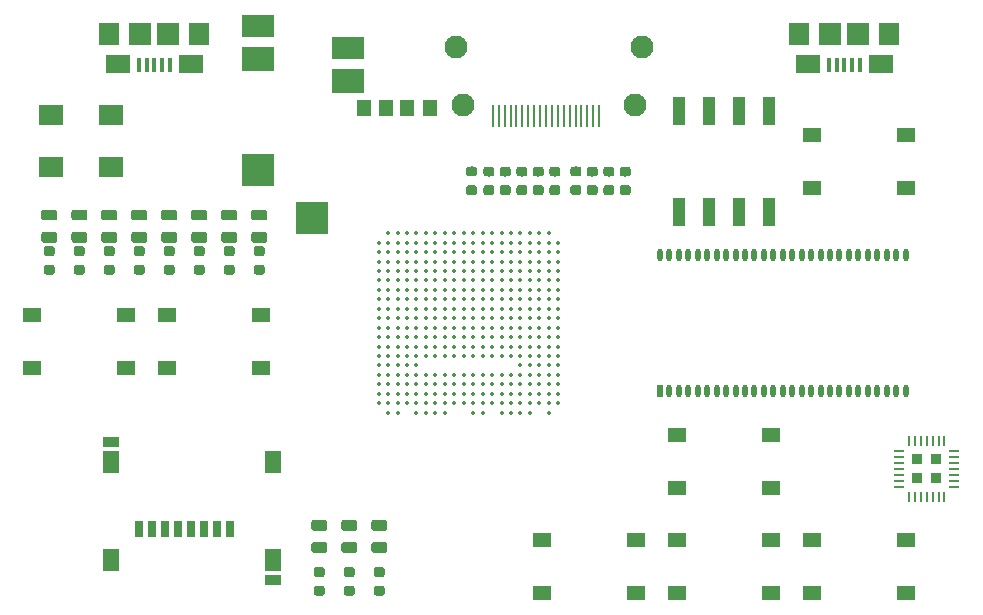
<source format=gtp>
G04 #@! TF.GenerationSoftware,KiCad,Pcbnew,5.0.0+dfsg1-2*
G04 #@! TF.CreationDate,2018-09-16T23:24:56+02:00*
G04 #@! TF.ProjectId,ulx3s,756C7833732E6B696361645F70636200,rev?*
G04 #@! TF.SameCoordinates,Original*
G04 #@! TF.FileFunction,Paste,Top*
G04 #@! TF.FilePolarity,Positive*
%FSLAX46Y46*%
G04 Gerber Fmt 4.6, Leading zero omitted, Abs format (unit mm)*
G04 Created by KiCad (PCBNEW 5.0.0+dfsg1-2) date Sun Sep 16 23:24:56 2018*
%MOMM*%
%LPD*%
G01*
G04 APERTURE LIST*
%ADD10C,0.350000*%
%ADD11R,0.925000X0.925000*%
%ADD12O,0.250000X0.900000*%
%ADD13O,0.900000X0.250000*%
%ADD14R,0.900000X0.250000*%
%ADD15C,0.100000*%
%ADD16C,0.825000*%
%ADD17C,0.925000*%
%ADD18O,0.510000X1.050000*%
%ADD19R,0.510000X1.050000*%
%ADD20R,1.070000X2.390000*%
%ADD21R,1.750000X1.850000*%
%ADD22R,0.350000X1.300000*%
%ADD23R,1.850000X1.850000*%
%ADD24R,2.050000X1.550000*%
%ADD25R,2.750000X1.950000*%
%ADD26R,2.750000X2.150000*%
%ADD27R,2.750000X2.750000*%
%ADD28R,0.250000X1.850000*%
%ADD29C,1.950000*%
%ADD30R,0.650000X1.450000*%
%ADD31R,1.400000X0.850000*%
%ADD32R,1.400000X1.950000*%
%ADD33R,2.150000X1.750000*%
%ADD34R,1.245000X1.350000*%
%ADD35R,1.500000X1.250000*%
G04 APERTURE END LIST*
D10*
G04 #@! TO.C,U1*
X145280000Y-95400000D03*
X143680000Y-95400000D03*
X142880000Y-95400000D03*
X142080000Y-95400000D03*
X141280000Y-95400000D03*
X139680000Y-95400000D03*
X138880000Y-95400000D03*
X136480000Y-95400000D03*
X135680000Y-95400000D03*
X134880000Y-95400000D03*
X134080000Y-95400000D03*
X132480000Y-95400000D03*
X131680000Y-95400000D03*
X146080000Y-94600000D03*
X145280000Y-94600000D03*
X144480000Y-94600000D03*
X143680000Y-94600000D03*
X142880000Y-94600000D03*
X142080000Y-94600000D03*
X141280000Y-94600000D03*
X140480000Y-94600000D03*
X139680000Y-94600000D03*
X138880000Y-94600000D03*
X138080000Y-94600000D03*
X137280000Y-94600000D03*
X136480000Y-94600000D03*
X135680000Y-94600000D03*
X134880000Y-94600000D03*
X134080000Y-94600000D03*
X133280000Y-94600000D03*
X132480000Y-94600000D03*
X131680000Y-94600000D03*
X130880000Y-94600000D03*
X146080000Y-93800000D03*
X145280000Y-93800000D03*
X144480000Y-93800000D03*
X143680000Y-93800000D03*
X142880000Y-93800000D03*
X142080000Y-93800000D03*
X141280000Y-93800000D03*
X140480000Y-93800000D03*
X139680000Y-93800000D03*
X138880000Y-93800000D03*
X138080000Y-93800000D03*
X137280000Y-93800000D03*
X136480000Y-93800000D03*
X135680000Y-93800000D03*
X134880000Y-93800000D03*
X134080000Y-93800000D03*
X133280000Y-93800000D03*
X132480000Y-93800000D03*
X131680000Y-93800000D03*
X130880000Y-93800000D03*
X146080000Y-93000000D03*
X145280000Y-93000000D03*
X144480000Y-93000000D03*
X143680000Y-93000000D03*
X142880000Y-93000000D03*
X142080000Y-93000000D03*
X141280000Y-93000000D03*
X140480000Y-93000000D03*
X139680000Y-93000000D03*
X138880000Y-93000000D03*
X138080000Y-93000000D03*
X137280000Y-93000000D03*
X136480000Y-93000000D03*
X135680000Y-93000000D03*
X134880000Y-93000000D03*
X134080000Y-93000000D03*
X133280000Y-93000000D03*
X132480000Y-93000000D03*
X131680000Y-93000000D03*
X130880000Y-93000000D03*
X146080000Y-92200000D03*
X145280000Y-92200000D03*
X144480000Y-92200000D03*
X143680000Y-92200000D03*
X142880000Y-92200000D03*
X142080000Y-92200000D03*
X141280000Y-92200000D03*
X140480000Y-92200000D03*
X139680000Y-92200000D03*
X138880000Y-92200000D03*
X138080000Y-92200000D03*
X137280000Y-92200000D03*
X136480000Y-92200000D03*
X135680000Y-92200000D03*
X134880000Y-92200000D03*
X134080000Y-92200000D03*
X133280000Y-92200000D03*
X132480000Y-92200000D03*
X131680000Y-92200000D03*
X130880000Y-92200000D03*
X146080000Y-91400000D03*
X145280000Y-91400000D03*
X144480000Y-91400000D03*
X143680000Y-91400000D03*
X142880000Y-91400000D03*
X134080000Y-91400000D03*
X133280000Y-91400000D03*
X132480000Y-91400000D03*
X131680000Y-91400000D03*
X130880000Y-91400000D03*
X146080000Y-90600000D03*
X145280000Y-90600000D03*
X144480000Y-90600000D03*
X143680000Y-90600000D03*
X142880000Y-90600000D03*
X142080000Y-90600000D03*
X141280000Y-90600000D03*
X140480000Y-90600000D03*
X139680000Y-90600000D03*
X138880000Y-90600000D03*
X138080000Y-90600000D03*
X137280000Y-90600000D03*
X136480000Y-90600000D03*
X135680000Y-90600000D03*
X134880000Y-90600000D03*
X134080000Y-90600000D03*
X133280000Y-90600000D03*
X132480000Y-90600000D03*
X131680000Y-90600000D03*
X130880000Y-90600000D03*
X146080000Y-89800000D03*
X145280000Y-89800000D03*
X144480000Y-89800000D03*
X143680000Y-89800000D03*
X142880000Y-89800000D03*
X142080000Y-89800000D03*
X141280000Y-89800000D03*
X140480000Y-89800000D03*
X139680000Y-89800000D03*
X138880000Y-89800000D03*
X138080000Y-89800000D03*
X137280000Y-89800000D03*
X136480000Y-89800000D03*
X135680000Y-89800000D03*
X134880000Y-89800000D03*
X134080000Y-89800000D03*
X133280000Y-89800000D03*
X132480000Y-89800000D03*
X131680000Y-89800000D03*
X130880000Y-89800000D03*
X146080000Y-89000000D03*
X145280000Y-89000000D03*
X144480000Y-89000000D03*
X143680000Y-89000000D03*
X142880000Y-89000000D03*
X142080000Y-89000000D03*
X141280000Y-89000000D03*
X140480000Y-89000000D03*
X139680000Y-89000000D03*
X138880000Y-89000000D03*
X138080000Y-89000000D03*
X137280000Y-89000000D03*
X136480000Y-89000000D03*
X135680000Y-89000000D03*
X134880000Y-89000000D03*
X134080000Y-89000000D03*
X133280000Y-89000000D03*
X132480000Y-89000000D03*
X131680000Y-89000000D03*
X130880000Y-89000000D03*
X146080000Y-88200000D03*
X145280000Y-88200000D03*
X144480000Y-88200000D03*
X143680000Y-88200000D03*
X142880000Y-88200000D03*
X142080000Y-88200000D03*
X141280000Y-88200000D03*
X140480000Y-88200000D03*
X139680000Y-88200000D03*
X138880000Y-88200000D03*
X138080000Y-88200000D03*
X137280000Y-88200000D03*
X136480000Y-88200000D03*
X135680000Y-88200000D03*
X134880000Y-88200000D03*
X134080000Y-88200000D03*
X133280000Y-88200000D03*
X132480000Y-88200000D03*
X131680000Y-88200000D03*
X130880000Y-88200000D03*
X146080000Y-87400000D03*
X145280000Y-87400000D03*
X144480000Y-87400000D03*
X143680000Y-87400000D03*
X142880000Y-87400000D03*
X142080000Y-87400000D03*
X141280000Y-87400000D03*
X140480000Y-87400000D03*
X139680000Y-87400000D03*
X138880000Y-87400000D03*
X138080000Y-87400000D03*
X137280000Y-87400000D03*
X136480000Y-87400000D03*
X135680000Y-87400000D03*
X134880000Y-87400000D03*
X134080000Y-87400000D03*
X133280000Y-87400000D03*
X132480000Y-87400000D03*
X131680000Y-87400000D03*
X130880000Y-87400000D03*
X146080000Y-86600000D03*
X145280000Y-86600000D03*
X144480000Y-86600000D03*
X143680000Y-86600000D03*
X142880000Y-86600000D03*
X142080000Y-86600000D03*
X141280000Y-86600000D03*
X140480000Y-86600000D03*
X139680000Y-86600000D03*
X138880000Y-86600000D03*
X138080000Y-86600000D03*
X137280000Y-86600000D03*
X136480000Y-86600000D03*
X135680000Y-86600000D03*
X134880000Y-86600000D03*
X134080000Y-86600000D03*
X133280000Y-86600000D03*
X132480000Y-86600000D03*
X131680000Y-86600000D03*
X130880000Y-86600000D03*
X146080000Y-85800000D03*
X145280000Y-85800000D03*
X144480000Y-85800000D03*
X143680000Y-85800000D03*
X142880000Y-85800000D03*
X142080000Y-85800000D03*
X141280000Y-85800000D03*
X140480000Y-85800000D03*
X139680000Y-85800000D03*
X138880000Y-85800000D03*
X138080000Y-85800000D03*
X137280000Y-85800000D03*
X136480000Y-85800000D03*
X135680000Y-85800000D03*
X134880000Y-85800000D03*
X134080000Y-85800000D03*
X133280000Y-85800000D03*
X132480000Y-85800000D03*
X131680000Y-85800000D03*
X130880000Y-85800000D03*
X146080000Y-85000000D03*
X145280000Y-85000000D03*
X144480000Y-85000000D03*
X143680000Y-85000000D03*
X142880000Y-85000000D03*
X142080000Y-85000000D03*
X141280000Y-85000000D03*
X140480000Y-85000000D03*
X139680000Y-85000000D03*
X138880000Y-85000000D03*
X138080000Y-85000000D03*
X137280000Y-85000000D03*
X136480000Y-85000000D03*
X135680000Y-85000000D03*
X134880000Y-85000000D03*
X134080000Y-85000000D03*
X133280000Y-85000000D03*
X132480000Y-85000000D03*
X131680000Y-85000000D03*
X130880000Y-85000000D03*
X146080000Y-84200000D03*
X145280000Y-84200000D03*
X144480000Y-84200000D03*
X143680000Y-84200000D03*
X142880000Y-84200000D03*
X142080000Y-84200000D03*
X141280000Y-84200000D03*
X140480000Y-84200000D03*
X139680000Y-84200000D03*
X138880000Y-84200000D03*
X138080000Y-84200000D03*
X137280000Y-84200000D03*
X136480000Y-84200000D03*
X135680000Y-84200000D03*
X134880000Y-84200000D03*
X134080000Y-84200000D03*
X133280000Y-84200000D03*
X132480000Y-84200000D03*
X131680000Y-84200000D03*
X130880000Y-84200000D03*
X146080000Y-83400000D03*
X145280000Y-83400000D03*
X144480000Y-83400000D03*
X143680000Y-83400000D03*
X142880000Y-83400000D03*
X142080000Y-83400000D03*
X141280000Y-83400000D03*
X140480000Y-83400000D03*
X139680000Y-83400000D03*
X138880000Y-83400000D03*
X138080000Y-83400000D03*
X137280000Y-83400000D03*
X136480000Y-83400000D03*
X135680000Y-83400000D03*
X134880000Y-83400000D03*
X134080000Y-83400000D03*
X133280000Y-83400000D03*
X132480000Y-83400000D03*
X131680000Y-83400000D03*
X130880000Y-83400000D03*
X146080000Y-82600000D03*
X145280000Y-82600000D03*
X144480000Y-82600000D03*
X143680000Y-82600000D03*
X142880000Y-82600000D03*
X142080000Y-82600000D03*
X141280000Y-82600000D03*
X140480000Y-82600000D03*
X139680000Y-82600000D03*
X138880000Y-82600000D03*
X138080000Y-82600000D03*
X137280000Y-82600000D03*
X136480000Y-82600000D03*
X135680000Y-82600000D03*
X134880000Y-82600000D03*
X134080000Y-82600000D03*
X133280000Y-82600000D03*
X132480000Y-82600000D03*
X131680000Y-82600000D03*
X130880000Y-82600000D03*
X146080000Y-81800000D03*
X145280000Y-81800000D03*
X144480000Y-81800000D03*
X143680000Y-81800000D03*
X142880000Y-81800000D03*
X142080000Y-81800000D03*
X141280000Y-81800000D03*
X140480000Y-81800000D03*
X139680000Y-81800000D03*
X138880000Y-81800000D03*
X138080000Y-81800000D03*
X137280000Y-81800000D03*
X136480000Y-81800000D03*
X135680000Y-81800000D03*
X134880000Y-81800000D03*
X134080000Y-81800000D03*
X133280000Y-81800000D03*
X132480000Y-81800000D03*
X131680000Y-81800000D03*
X130880000Y-81800000D03*
X146080000Y-81000000D03*
X145280000Y-81000000D03*
X144480000Y-81000000D03*
X143680000Y-81000000D03*
X142880000Y-81000000D03*
X142080000Y-81000000D03*
X141280000Y-81000000D03*
X140480000Y-81000000D03*
X139680000Y-81000000D03*
X138880000Y-81000000D03*
X138080000Y-81000000D03*
X137280000Y-81000000D03*
X136480000Y-81000000D03*
X135680000Y-81000000D03*
X134880000Y-81000000D03*
X134080000Y-81000000D03*
X133280000Y-81000000D03*
X132480000Y-81000000D03*
X131680000Y-81000000D03*
X130880000Y-81000000D03*
X145280000Y-80200000D03*
X144480000Y-80200000D03*
X143680000Y-80200000D03*
X142880000Y-80200000D03*
X142080000Y-80200000D03*
X141280000Y-80200000D03*
X140480000Y-80200000D03*
X139680000Y-80200000D03*
X138880000Y-80200000D03*
X138080000Y-80200000D03*
X137280000Y-80200000D03*
X136480000Y-80200000D03*
X135680000Y-80200000D03*
X134880000Y-80200000D03*
X134080000Y-80200000D03*
X133280000Y-80200000D03*
X132480000Y-80200000D03*
X131680000Y-80200000D03*
G04 #@! TD*
D11*
G04 #@! TO.C,U8*
X178097500Y-100967500D03*
X178097500Y-99342500D03*
X176472500Y-100967500D03*
X176472500Y-99342500D03*
D12*
X178785000Y-102495000D03*
X178285000Y-102495000D03*
X177785000Y-102495000D03*
X177285000Y-102495000D03*
X176785000Y-102495000D03*
X176285000Y-102495000D03*
X175785000Y-102495000D03*
D13*
X174945000Y-101655000D03*
X174945000Y-101155000D03*
X174945000Y-100655000D03*
X174945000Y-100155000D03*
X174945000Y-99655000D03*
X174945000Y-99155000D03*
X174945000Y-98655000D03*
D12*
X175785000Y-97815000D03*
X176285000Y-97815000D03*
X176785000Y-97815000D03*
X177285000Y-97815000D03*
X177785000Y-97815000D03*
X178285000Y-97815000D03*
X178785000Y-97815000D03*
D13*
X179625000Y-98655000D03*
X179625000Y-99155000D03*
X179625000Y-99655000D03*
X179625000Y-100155000D03*
X179625000Y-100655000D03*
X179625000Y-101155000D03*
D14*
X179625000Y-101655000D03*
G04 #@! TD*
D15*
G04 #@! TO.C,C37*
G36*
X152021966Y-74571993D02*
X152041987Y-74574963D01*
X152061621Y-74579881D01*
X152080678Y-74586700D01*
X152098976Y-74595354D01*
X152116336Y-74605759D01*
X152132594Y-74617817D01*
X152147591Y-74631409D01*
X152161183Y-74646406D01*
X152173241Y-74662664D01*
X152183646Y-74680024D01*
X152192300Y-74698322D01*
X152199119Y-74717379D01*
X152204037Y-74737013D01*
X152207007Y-74757034D01*
X152208000Y-74777250D01*
X152208000Y-75189750D01*
X152207007Y-75209966D01*
X152204037Y-75229987D01*
X152199119Y-75249621D01*
X152192300Y-75268678D01*
X152183646Y-75286976D01*
X152173241Y-75304336D01*
X152161183Y-75320594D01*
X152147591Y-75335591D01*
X152132594Y-75349183D01*
X152116336Y-75361241D01*
X152098976Y-75371646D01*
X152080678Y-75380300D01*
X152061621Y-75387119D01*
X152041987Y-75392037D01*
X152021966Y-75395007D01*
X152001750Y-75396000D01*
X151514250Y-75396000D01*
X151494034Y-75395007D01*
X151474013Y-75392037D01*
X151454379Y-75387119D01*
X151435322Y-75380300D01*
X151417024Y-75371646D01*
X151399664Y-75361241D01*
X151383406Y-75349183D01*
X151368409Y-75335591D01*
X151354817Y-75320594D01*
X151342759Y-75304336D01*
X151332354Y-75286976D01*
X151323700Y-75268678D01*
X151316881Y-75249621D01*
X151311963Y-75229987D01*
X151308993Y-75209966D01*
X151308000Y-75189750D01*
X151308000Y-74777250D01*
X151308993Y-74757034D01*
X151311963Y-74737013D01*
X151316881Y-74717379D01*
X151323700Y-74698322D01*
X151332354Y-74680024D01*
X151342759Y-74662664D01*
X151354817Y-74646406D01*
X151368409Y-74631409D01*
X151383406Y-74617817D01*
X151399664Y-74605759D01*
X151417024Y-74595354D01*
X151435322Y-74586700D01*
X151454379Y-74579881D01*
X151474013Y-74574963D01*
X151494034Y-74571993D01*
X151514250Y-74571000D01*
X152001750Y-74571000D01*
X152021966Y-74571993D01*
X152021966Y-74571993D01*
G37*
D16*
X151758000Y-74983500D03*
D15*
G36*
X152021966Y-76146993D02*
X152041987Y-76149963D01*
X152061621Y-76154881D01*
X152080678Y-76161700D01*
X152098976Y-76170354D01*
X152116336Y-76180759D01*
X152132594Y-76192817D01*
X152147591Y-76206409D01*
X152161183Y-76221406D01*
X152173241Y-76237664D01*
X152183646Y-76255024D01*
X152192300Y-76273322D01*
X152199119Y-76292379D01*
X152204037Y-76312013D01*
X152207007Y-76332034D01*
X152208000Y-76352250D01*
X152208000Y-76764750D01*
X152207007Y-76784966D01*
X152204037Y-76804987D01*
X152199119Y-76824621D01*
X152192300Y-76843678D01*
X152183646Y-76861976D01*
X152173241Y-76879336D01*
X152161183Y-76895594D01*
X152147591Y-76910591D01*
X152132594Y-76924183D01*
X152116336Y-76936241D01*
X152098976Y-76946646D01*
X152080678Y-76955300D01*
X152061621Y-76962119D01*
X152041987Y-76967037D01*
X152021966Y-76970007D01*
X152001750Y-76971000D01*
X151514250Y-76971000D01*
X151494034Y-76970007D01*
X151474013Y-76967037D01*
X151454379Y-76962119D01*
X151435322Y-76955300D01*
X151417024Y-76946646D01*
X151399664Y-76936241D01*
X151383406Y-76924183D01*
X151368409Y-76910591D01*
X151354817Y-76895594D01*
X151342759Y-76879336D01*
X151332354Y-76861976D01*
X151323700Y-76843678D01*
X151316881Y-76824621D01*
X151311963Y-76804987D01*
X151308993Y-76784966D01*
X151308000Y-76764750D01*
X151308000Y-76352250D01*
X151308993Y-76332034D01*
X151311963Y-76312013D01*
X151316881Y-76292379D01*
X151323700Y-76273322D01*
X151332354Y-76255024D01*
X151342759Y-76237664D01*
X151354817Y-76221406D01*
X151368409Y-76206409D01*
X151383406Y-76192817D01*
X151399664Y-76180759D01*
X151417024Y-76170354D01*
X151435322Y-76161700D01*
X151454379Y-76154881D01*
X151474013Y-76149963D01*
X151494034Y-76146993D01*
X151514250Y-76146000D01*
X152001750Y-76146000D01*
X152021966Y-76146993D01*
X152021966Y-76146993D01*
G37*
D16*
X151758000Y-76558500D03*
G04 #@! TD*
D15*
G04 #@! TO.C,C36*
G36*
X150624966Y-74571993D02*
X150644987Y-74574963D01*
X150664621Y-74579881D01*
X150683678Y-74586700D01*
X150701976Y-74595354D01*
X150719336Y-74605759D01*
X150735594Y-74617817D01*
X150750591Y-74631409D01*
X150764183Y-74646406D01*
X150776241Y-74662664D01*
X150786646Y-74680024D01*
X150795300Y-74698322D01*
X150802119Y-74717379D01*
X150807037Y-74737013D01*
X150810007Y-74757034D01*
X150811000Y-74777250D01*
X150811000Y-75189750D01*
X150810007Y-75209966D01*
X150807037Y-75229987D01*
X150802119Y-75249621D01*
X150795300Y-75268678D01*
X150786646Y-75286976D01*
X150776241Y-75304336D01*
X150764183Y-75320594D01*
X150750591Y-75335591D01*
X150735594Y-75349183D01*
X150719336Y-75361241D01*
X150701976Y-75371646D01*
X150683678Y-75380300D01*
X150664621Y-75387119D01*
X150644987Y-75392037D01*
X150624966Y-75395007D01*
X150604750Y-75396000D01*
X150117250Y-75396000D01*
X150097034Y-75395007D01*
X150077013Y-75392037D01*
X150057379Y-75387119D01*
X150038322Y-75380300D01*
X150020024Y-75371646D01*
X150002664Y-75361241D01*
X149986406Y-75349183D01*
X149971409Y-75335591D01*
X149957817Y-75320594D01*
X149945759Y-75304336D01*
X149935354Y-75286976D01*
X149926700Y-75268678D01*
X149919881Y-75249621D01*
X149914963Y-75229987D01*
X149911993Y-75209966D01*
X149911000Y-75189750D01*
X149911000Y-74777250D01*
X149911993Y-74757034D01*
X149914963Y-74737013D01*
X149919881Y-74717379D01*
X149926700Y-74698322D01*
X149935354Y-74680024D01*
X149945759Y-74662664D01*
X149957817Y-74646406D01*
X149971409Y-74631409D01*
X149986406Y-74617817D01*
X150002664Y-74605759D01*
X150020024Y-74595354D01*
X150038322Y-74586700D01*
X150057379Y-74579881D01*
X150077013Y-74574963D01*
X150097034Y-74571993D01*
X150117250Y-74571000D01*
X150604750Y-74571000D01*
X150624966Y-74571993D01*
X150624966Y-74571993D01*
G37*
D16*
X150361000Y-74983500D03*
D15*
G36*
X150624966Y-76146993D02*
X150644987Y-76149963D01*
X150664621Y-76154881D01*
X150683678Y-76161700D01*
X150701976Y-76170354D01*
X150719336Y-76180759D01*
X150735594Y-76192817D01*
X150750591Y-76206409D01*
X150764183Y-76221406D01*
X150776241Y-76237664D01*
X150786646Y-76255024D01*
X150795300Y-76273322D01*
X150802119Y-76292379D01*
X150807037Y-76312013D01*
X150810007Y-76332034D01*
X150811000Y-76352250D01*
X150811000Y-76764750D01*
X150810007Y-76784966D01*
X150807037Y-76804987D01*
X150802119Y-76824621D01*
X150795300Y-76843678D01*
X150786646Y-76861976D01*
X150776241Y-76879336D01*
X150764183Y-76895594D01*
X150750591Y-76910591D01*
X150735594Y-76924183D01*
X150719336Y-76936241D01*
X150701976Y-76946646D01*
X150683678Y-76955300D01*
X150664621Y-76962119D01*
X150644987Y-76967037D01*
X150624966Y-76970007D01*
X150604750Y-76971000D01*
X150117250Y-76971000D01*
X150097034Y-76970007D01*
X150077013Y-76967037D01*
X150057379Y-76962119D01*
X150038322Y-76955300D01*
X150020024Y-76946646D01*
X150002664Y-76936241D01*
X149986406Y-76924183D01*
X149971409Y-76910591D01*
X149957817Y-76895594D01*
X149945759Y-76879336D01*
X149935354Y-76861976D01*
X149926700Y-76843678D01*
X149919881Y-76824621D01*
X149914963Y-76804987D01*
X149911993Y-76784966D01*
X149911000Y-76764750D01*
X149911000Y-76352250D01*
X149911993Y-76332034D01*
X149914963Y-76312013D01*
X149919881Y-76292379D01*
X149926700Y-76273322D01*
X149935354Y-76255024D01*
X149945759Y-76237664D01*
X149957817Y-76221406D01*
X149971409Y-76206409D01*
X149986406Y-76192817D01*
X150002664Y-76180759D01*
X150020024Y-76170354D01*
X150038322Y-76161700D01*
X150057379Y-76154881D01*
X150077013Y-76149963D01*
X150097034Y-76146993D01*
X150117250Y-76146000D01*
X150604750Y-76146000D01*
X150624966Y-76146993D01*
X150624966Y-76146993D01*
G37*
D16*
X150361000Y-76558500D03*
G04 #@! TD*
D15*
G04 #@! TO.C,C41*
G36*
X149227966Y-74571993D02*
X149247987Y-74574963D01*
X149267621Y-74579881D01*
X149286678Y-74586700D01*
X149304976Y-74595354D01*
X149322336Y-74605759D01*
X149338594Y-74617817D01*
X149353591Y-74631409D01*
X149367183Y-74646406D01*
X149379241Y-74662664D01*
X149389646Y-74680024D01*
X149398300Y-74698322D01*
X149405119Y-74717379D01*
X149410037Y-74737013D01*
X149413007Y-74757034D01*
X149414000Y-74777250D01*
X149414000Y-75189750D01*
X149413007Y-75209966D01*
X149410037Y-75229987D01*
X149405119Y-75249621D01*
X149398300Y-75268678D01*
X149389646Y-75286976D01*
X149379241Y-75304336D01*
X149367183Y-75320594D01*
X149353591Y-75335591D01*
X149338594Y-75349183D01*
X149322336Y-75361241D01*
X149304976Y-75371646D01*
X149286678Y-75380300D01*
X149267621Y-75387119D01*
X149247987Y-75392037D01*
X149227966Y-75395007D01*
X149207750Y-75396000D01*
X148720250Y-75396000D01*
X148700034Y-75395007D01*
X148680013Y-75392037D01*
X148660379Y-75387119D01*
X148641322Y-75380300D01*
X148623024Y-75371646D01*
X148605664Y-75361241D01*
X148589406Y-75349183D01*
X148574409Y-75335591D01*
X148560817Y-75320594D01*
X148548759Y-75304336D01*
X148538354Y-75286976D01*
X148529700Y-75268678D01*
X148522881Y-75249621D01*
X148517963Y-75229987D01*
X148514993Y-75209966D01*
X148514000Y-75189750D01*
X148514000Y-74777250D01*
X148514993Y-74757034D01*
X148517963Y-74737013D01*
X148522881Y-74717379D01*
X148529700Y-74698322D01*
X148538354Y-74680024D01*
X148548759Y-74662664D01*
X148560817Y-74646406D01*
X148574409Y-74631409D01*
X148589406Y-74617817D01*
X148605664Y-74605759D01*
X148623024Y-74595354D01*
X148641322Y-74586700D01*
X148660379Y-74579881D01*
X148680013Y-74574963D01*
X148700034Y-74571993D01*
X148720250Y-74571000D01*
X149207750Y-74571000D01*
X149227966Y-74571993D01*
X149227966Y-74571993D01*
G37*
D16*
X148964000Y-74983500D03*
D15*
G36*
X149227966Y-76146993D02*
X149247987Y-76149963D01*
X149267621Y-76154881D01*
X149286678Y-76161700D01*
X149304976Y-76170354D01*
X149322336Y-76180759D01*
X149338594Y-76192817D01*
X149353591Y-76206409D01*
X149367183Y-76221406D01*
X149379241Y-76237664D01*
X149389646Y-76255024D01*
X149398300Y-76273322D01*
X149405119Y-76292379D01*
X149410037Y-76312013D01*
X149413007Y-76332034D01*
X149414000Y-76352250D01*
X149414000Y-76764750D01*
X149413007Y-76784966D01*
X149410037Y-76804987D01*
X149405119Y-76824621D01*
X149398300Y-76843678D01*
X149389646Y-76861976D01*
X149379241Y-76879336D01*
X149367183Y-76895594D01*
X149353591Y-76910591D01*
X149338594Y-76924183D01*
X149322336Y-76936241D01*
X149304976Y-76946646D01*
X149286678Y-76955300D01*
X149267621Y-76962119D01*
X149247987Y-76967037D01*
X149227966Y-76970007D01*
X149207750Y-76971000D01*
X148720250Y-76971000D01*
X148700034Y-76970007D01*
X148680013Y-76967037D01*
X148660379Y-76962119D01*
X148641322Y-76955300D01*
X148623024Y-76946646D01*
X148605664Y-76936241D01*
X148589406Y-76924183D01*
X148574409Y-76910591D01*
X148560817Y-76895594D01*
X148548759Y-76879336D01*
X148538354Y-76861976D01*
X148529700Y-76843678D01*
X148522881Y-76824621D01*
X148517963Y-76804987D01*
X148514993Y-76784966D01*
X148514000Y-76764750D01*
X148514000Y-76352250D01*
X148514993Y-76332034D01*
X148517963Y-76312013D01*
X148522881Y-76292379D01*
X148529700Y-76273322D01*
X148538354Y-76255024D01*
X148548759Y-76237664D01*
X148560817Y-76221406D01*
X148574409Y-76206409D01*
X148589406Y-76192817D01*
X148605664Y-76180759D01*
X148623024Y-76170354D01*
X148641322Y-76161700D01*
X148660379Y-76154881D01*
X148680013Y-76149963D01*
X148700034Y-76146993D01*
X148720250Y-76146000D01*
X149207750Y-76146000D01*
X149227966Y-76146993D01*
X149227966Y-76146993D01*
G37*
D16*
X148964000Y-76558500D03*
G04 #@! TD*
D15*
G04 #@! TO.C,C45*
G36*
X147830966Y-74559993D02*
X147850987Y-74562963D01*
X147870621Y-74567881D01*
X147889678Y-74574700D01*
X147907976Y-74583354D01*
X147925336Y-74593759D01*
X147941594Y-74605817D01*
X147956591Y-74619409D01*
X147970183Y-74634406D01*
X147982241Y-74650664D01*
X147992646Y-74668024D01*
X148001300Y-74686322D01*
X148008119Y-74705379D01*
X148013037Y-74725013D01*
X148016007Y-74745034D01*
X148017000Y-74765250D01*
X148017000Y-75177750D01*
X148016007Y-75197966D01*
X148013037Y-75217987D01*
X148008119Y-75237621D01*
X148001300Y-75256678D01*
X147992646Y-75274976D01*
X147982241Y-75292336D01*
X147970183Y-75308594D01*
X147956591Y-75323591D01*
X147941594Y-75337183D01*
X147925336Y-75349241D01*
X147907976Y-75359646D01*
X147889678Y-75368300D01*
X147870621Y-75375119D01*
X147850987Y-75380037D01*
X147830966Y-75383007D01*
X147810750Y-75384000D01*
X147323250Y-75384000D01*
X147303034Y-75383007D01*
X147283013Y-75380037D01*
X147263379Y-75375119D01*
X147244322Y-75368300D01*
X147226024Y-75359646D01*
X147208664Y-75349241D01*
X147192406Y-75337183D01*
X147177409Y-75323591D01*
X147163817Y-75308594D01*
X147151759Y-75292336D01*
X147141354Y-75274976D01*
X147132700Y-75256678D01*
X147125881Y-75237621D01*
X147120963Y-75217987D01*
X147117993Y-75197966D01*
X147117000Y-75177750D01*
X147117000Y-74765250D01*
X147117993Y-74745034D01*
X147120963Y-74725013D01*
X147125881Y-74705379D01*
X147132700Y-74686322D01*
X147141354Y-74668024D01*
X147151759Y-74650664D01*
X147163817Y-74634406D01*
X147177409Y-74619409D01*
X147192406Y-74605817D01*
X147208664Y-74593759D01*
X147226024Y-74583354D01*
X147244322Y-74574700D01*
X147263379Y-74567881D01*
X147283013Y-74562963D01*
X147303034Y-74559993D01*
X147323250Y-74559000D01*
X147810750Y-74559000D01*
X147830966Y-74559993D01*
X147830966Y-74559993D01*
G37*
D16*
X147567000Y-74971500D03*
D15*
G36*
X147830966Y-76134993D02*
X147850987Y-76137963D01*
X147870621Y-76142881D01*
X147889678Y-76149700D01*
X147907976Y-76158354D01*
X147925336Y-76168759D01*
X147941594Y-76180817D01*
X147956591Y-76194409D01*
X147970183Y-76209406D01*
X147982241Y-76225664D01*
X147992646Y-76243024D01*
X148001300Y-76261322D01*
X148008119Y-76280379D01*
X148013037Y-76300013D01*
X148016007Y-76320034D01*
X148017000Y-76340250D01*
X148017000Y-76752750D01*
X148016007Y-76772966D01*
X148013037Y-76792987D01*
X148008119Y-76812621D01*
X148001300Y-76831678D01*
X147992646Y-76849976D01*
X147982241Y-76867336D01*
X147970183Y-76883594D01*
X147956591Y-76898591D01*
X147941594Y-76912183D01*
X147925336Y-76924241D01*
X147907976Y-76934646D01*
X147889678Y-76943300D01*
X147870621Y-76950119D01*
X147850987Y-76955037D01*
X147830966Y-76958007D01*
X147810750Y-76959000D01*
X147323250Y-76959000D01*
X147303034Y-76958007D01*
X147283013Y-76955037D01*
X147263379Y-76950119D01*
X147244322Y-76943300D01*
X147226024Y-76934646D01*
X147208664Y-76924241D01*
X147192406Y-76912183D01*
X147177409Y-76898591D01*
X147163817Y-76883594D01*
X147151759Y-76867336D01*
X147141354Y-76849976D01*
X147132700Y-76831678D01*
X147125881Y-76812621D01*
X147120963Y-76792987D01*
X147117993Y-76772966D01*
X147117000Y-76752750D01*
X147117000Y-76340250D01*
X147117993Y-76320034D01*
X147120963Y-76300013D01*
X147125881Y-76280379D01*
X147132700Y-76261322D01*
X147141354Y-76243024D01*
X147151759Y-76225664D01*
X147163817Y-76209406D01*
X147177409Y-76194409D01*
X147192406Y-76180817D01*
X147208664Y-76168759D01*
X147226024Y-76158354D01*
X147244322Y-76149700D01*
X147263379Y-76142881D01*
X147283013Y-76137963D01*
X147303034Y-76134993D01*
X147323250Y-76134000D01*
X147810750Y-76134000D01*
X147830966Y-76134993D01*
X147830966Y-76134993D01*
G37*
D16*
X147567000Y-76546500D03*
G04 #@! TD*
D15*
G04 #@! TO.C,C40*
G36*
X146052966Y-74571993D02*
X146072987Y-74574963D01*
X146092621Y-74579881D01*
X146111678Y-74586700D01*
X146129976Y-74595354D01*
X146147336Y-74605759D01*
X146163594Y-74617817D01*
X146178591Y-74631409D01*
X146192183Y-74646406D01*
X146204241Y-74662664D01*
X146214646Y-74680024D01*
X146223300Y-74698322D01*
X146230119Y-74717379D01*
X146235037Y-74737013D01*
X146238007Y-74757034D01*
X146239000Y-74777250D01*
X146239000Y-75189750D01*
X146238007Y-75209966D01*
X146235037Y-75229987D01*
X146230119Y-75249621D01*
X146223300Y-75268678D01*
X146214646Y-75286976D01*
X146204241Y-75304336D01*
X146192183Y-75320594D01*
X146178591Y-75335591D01*
X146163594Y-75349183D01*
X146147336Y-75361241D01*
X146129976Y-75371646D01*
X146111678Y-75380300D01*
X146092621Y-75387119D01*
X146072987Y-75392037D01*
X146052966Y-75395007D01*
X146032750Y-75396000D01*
X145545250Y-75396000D01*
X145525034Y-75395007D01*
X145505013Y-75392037D01*
X145485379Y-75387119D01*
X145466322Y-75380300D01*
X145448024Y-75371646D01*
X145430664Y-75361241D01*
X145414406Y-75349183D01*
X145399409Y-75335591D01*
X145385817Y-75320594D01*
X145373759Y-75304336D01*
X145363354Y-75286976D01*
X145354700Y-75268678D01*
X145347881Y-75249621D01*
X145342963Y-75229987D01*
X145339993Y-75209966D01*
X145339000Y-75189750D01*
X145339000Y-74777250D01*
X145339993Y-74757034D01*
X145342963Y-74737013D01*
X145347881Y-74717379D01*
X145354700Y-74698322D01*
X145363354Y-74680024D01*
X145373759Y-74662664D01*
X145385817Y-74646406D01*
X145399409Y-74631409D01*
X145414406Y-74617817D01*
X145430664Y-74605759D01*
X145448024Y-74595354D01*
X145466322Y-74586700D01*
X145485379Y-74579881D01*
X145505013Y-74574963D01*
X145525034Y-74571993D01*
X145545250Y-74571000D01*
X146032750Y-74571000D01*
X146052966Y-74571993D01*
X146052966Y-74571993D01*
G37*
D16*
X145789000Y-74983500D03*
D15*
G36*
X146052966Y-76146993D02*
X146072987Y-76149963D01*
X146092621Y-76154881D01*
X146111678Y-76161700D01*
X146129976Y-76170354D01*
X146147336Y-76180759D01*
X146163594Y-76192817D01*
X146178591Y-76206409D01*
X146192183Y-76221406D01*
X146204241Y-76237664D01*
X146214646Y-76255024D01*
X146223300Y-76273322D01*
X146230119Y-76292379D01*
X146235037Y-76312013D01*
X146238007Y-76332034D01*
X146239000Y-76352250D01*
X146239000Y-76764750D01*
X146238007Y-76784966D01*
X146235037Y-76804987D01*
X146230119Y-76824621D01*
X146223300Y-76843678D01*
X146214646Y-76861976D01*
X146204241Y-76879336D01*
X146192183Y-76895594D01*
X146178591Y-76910591D01*
X146163594Y-76924183D01*
X146147336Y-76936241D01*
X146129976Y-76946646D01*
X146111678Y-76955300D01*
X146092621Y-76962119D01*
X146072987Y-76967037D01*
X146052966Y-76970007D01*
X146032750Y-76971000D01*
X145545250Y-76971000D01*
X145525034Y-76970007D01*
X145505013Y-76967037D01*
X145485379Y-76962119D01*
X145466322Y-76955300D01*
X145448024Y-76946646D01*
X145430664Y-76936241D01*
X145414406Y-76924183D01*
X145399409Y-76910591D01*
X145385817Y-76895594D01*
X145373759Y-76879336D01*
X145363354Y-76861976D01*
X145354700Y-76843678D01*
X145347881Y-76824621D01*
X145342963Y-76804987D01*
X145339993Y-76784966D01*
X145339000Y-76764750D01*
X145339000Y-76352250D01*
X145339993Y-76332034D01*
X145342963Y-76312013D01*
X145347881Y-76292379D01*
X145354700Y-76273322D01*
X145363354Y-76255024D01*
X145373759Y-76237664D01*
X145385817Y-76221406D01*
X145399409Y-76206409D01*
X145414406Y-76192817D01*
X145430664Y-76180759D01*
X145448024Y-76170354D01*
X145466322Y-76161700D01*
X145485379Y-76154881D01*
X145505013Y-76149963D01*
X145525034Y-76146993D01*
X145545250Y-76146000D01*
X146032750Y-76146000D01*
X146052966Y-76146993D01*
X146052966Y-76146993D01*
G37*
D16*
X145789000Y-76558500D03*
G04 #@! TD*
D15*
G04 #@! TO.C,C44*
G36*
X144655966Y-74571993D02*
X144675987Y-74574963D01*
X144695621Y-74579881D01*
X144714678Y-74586700D01*
X144732976Y-74595354D01*
X144750336Y-74605759D01*
X144766594Y-74617817D01*
X144781591Y-74631409D01*
X144795183Y-74646406D01*
X144807241Y-74662664D01*
X144817646Y-74680024D01*
X144826300Y-74698322D01*
X144833119Y-74717379D01*
X144838037Y-74737013D01*
X144841007Y-74757034D01*
X144842000Y-74777250D01*
X144842000Y-75189750D01*
X144841007Y-75209966D01*
X144838037Y-75229987D01*
X144833119Y-75249621D01*
X144826300Y-75268678D01*
X144817646Y-75286976D01*
X144807241Y-75304336D01*
X144795183Y-75320594D01*
X144781591Y-75335591D01*
X144766594Y-75349183D01*
X144750336Y-75361241D01*
X144732976Y-75371646D01*
X144714678Y-75380300D01*
X144695621Y-75387119D01*
X144675987Y-75392037D01*
X144655966Y-75395007D01*
X144635750Y-75396000D01*
X144148250Y-75396000D01*
X144128034Y-75395007D01*
X144108013Y-75392037D01*
X144088379Y-75387119D01*
X144069322Y-75380300D01*
X144051024Y-75371646D01*
X144033664Y-75361241D01*
X144017406Y-75349183D01*
X144002409Y-75335591D01*
X143988817Y-75320594D01*
X143976759Y-75304336D01*
X143966354Y-75286976D01*
X143957700Y-75268678D01*
X143950881Y-75249621D01*
X143945963Y-75229987D01*
X143942993Y-75209966D01*
X143942000Y-75189750D01*
X143942000Y-74777250D01*
X143942993Y-74757034D01*
X143945963Y-74737013D01*
X143950881Y-74717379D01*
X143957700Y-74698322D01*
X143966354Y-74680024D01*
X143976759Y-74662664D01*
X143988817Y-74646406D01*
X144002409Y-74631409D01*
X144017406Y-74617817D01*
X144033664Y-74605759D01*
X144051024Y-74595354D01*
X144069322Y-74586700D01*
X144088379Y-74579881D01*
X144108013Y-74574963D01*
X144128034Y-74571993D01*
X144148250Y-74571000D01*
X144635750Y-74571000D01*
X144655966Y-74571993D01*
X144655966Y-74571993D01*
G37*
D16*
X144392000Y-74983500D03*
D15*
G36*
X144655966Y-76146993D02*
X144675987Y-76149963D01*
X144695621Y-76154881D01*
X144714678Y-76161700D01*
X144732976Y-76170354D01*
X144750336Y-76180759D01*
X144766594Y-76192817D01*
X144781591Y-76206409D01*
X144795183Y-76221406D01*
X144807241Y-76237664D01*
X144817646Y-76255024D01*
X144826300Y-76273322D01*
X144833119Y-76292379D01*
X144838037Y-76312013D01*
X144841007Y-76332034D01*
X144842000Y-76352250D01*
X144842000Y-76764750D01*
X144841007Y-76784966D01*
X144838037Y-76804987D01*
X144833119Y-76824621D01*
X144826300Y-76843678D01*
X144817646Y-76861976D01*
X144807241Y-76879336D01*
X144795183Y-76895594D01*
X144781591Y-76910591D01*
X144766594Y-76924183D01*
X144750336Y-76936241D01*
X144732976Y-76946646D01*
X144714678Y-76955300D01*
X144695621Y-76962119D01*
X144675987Y-76967037D01*
X144655966Y-76970007D01*
X144635750Y-76971000D01*
X144148250Y-76971000D01*
X144128034Y-76970007D01*
X144108013Y-76967037D01*
X144088379Y-76962119D01*
X144069322Y-76955300D01*
X144051024Y-76946646D01*
X144033664Y-76936241D01*
X144017406Y-76924183D01*
X144002409Y-76910591D01*
X143988817Y-76895594D01*
X143976759Y-76879336D01*
X143966354Y-76861976D01*
X143957700Y-76843678D01*
X143950881Y-76824621D01*
X143945963Y-76804987D01*
X143942993Y-76784966D01*
X143942000Y-76764750D01*
X143942000Y-76352250D01*
X143942993Y-76332034D01*
X143945963Y-76312013D01*
X143950881Y-76292379D01*
X143957700Y-76273322D01*
X143966354Y-76255024D01*
X143976759Y-76237664D01*
X143988817Y-76221406D01*
X144002409Y-76206409D01*
X144017406Y-76192817D01*
X144033664Y-76180759D01*
X144051024Y-76170354D01*
X144069322Y-76161700D01*
X144088379Y-76154881D01*
X144108013Y-76149963D01*
X144128034Y-76146993D01*
X144148250Y-76146000D01*
X144635750Y-76146000D01*
X144655966Y-76146993D01*
X144655966Y-76146993D01*
G37*
D16*
X144392000Y-76558500D03*
G04 #@! TD*
D15*
G04 #@! TO.C,C39*
G36*
X143258966Y-74571993D02*
X143278987Y-74574963D01*
X143298621Y-74579881D01*
X143317678Y-74586700D01*
X143335976Y-74595354D01*
X143353336Y-74605759D01*
X143369594Y-74617817D01*
X143384591Y-74631409D01*
X143398183Y-74646406D01*
X143410241Y-74662664D01*
X143420646Y-74680024D01*
X143429300Y-74698322D01*
X143436119Y-74717379D01*
X143441037Y-74737013D01*
X143444007Y-74757034D01*
X143445000Y-74777250D01*
X143445000Y-75189750D01*
X143444007Y-75209966D01*
X143441037Y-75229987D01*
X143436119Y-75249621D01*
X143429300Y-75268678D01*
X143420646Y-75286976D01*
X143410241Y-75304336D01*
X143398183Y-75320594D01*
X143384591Y-75335591D01*
X143369594Y-75349183D01*
X143353336Y-75361241D01*
X143335976Y-75371646D01*
X143317678Y-75380300D01*
X143298621Y-75387119D01*
X143278987Y-75392037D01*
X143258966Y-75395007D01*
X143238750Y-75396000D01*
X142751250Y-75396000D01*
X142731034Y-75395007D01*
X142711013Y-75392037D01*
X142691379Y-75387119D01*
X142672322Y-75380300D01*
X142654024Y-75371646D01*
X142636664Y-75361241D01*
X142620406Y-75349183D01*
X142605409Y-75335591D01*
X142591817Y-75320594D01*
X142579759Y-75304336D01*
X142569354Y-75286976D01*
X142560700Y-75268678D01*
X142553881Y-75249621D01*
X142548963Y-75229987D01*
X142545993Y-75209966D01*
X142545000Y-75189750D01*
X142545000Y-74777250D01*
X142545993Y-74757034D01*
X142548963Y-74737013D01*
X142553881Y-74717379D01*
X142560700Y-74698322D01*
X142569354Y-74680024D01*
X142579759Y-74662664D01*
X142591817Y-74646406D01*
X142605409Y-74631409D01*
X142620406Y-74617817D01*
X142636664Y-74605759D01*
X142654024Y-74595354D01*
X142672322Y-74586700D01*
X142691379Y-74579881D01*
X142711013Y-74574963D01*
X142731034Y-74571993D01*
X142751250Y-74571000D01*
X143238750Y-74571000D01*
X143258966Y-74571993D01*
X143258966Y-74571993D01*
G37*
D16*
X142995000Y-74983500D03*
D15*
G36*
X143258966Y-76146993D02*
X143278987Y-76149963D01*
X143298621Y-76154881D01*
X143317678Y-76161700D01*
X143335976Y-76170354D01*
X143353336Y-76180759D01*
X143369594Y-76192817D01*
X143384591Y-76206409D01*
X143398183Y-76221406D01*
X143410241Y-76237664D01*
X143420646Y-76255024D01*
X143429300Y-76273322D01*
X143436119Y-76292379D01*
X143441037Y-76312013D01*
X143444007Y-76332034D01*
X143445000Y-76352250D01*
X143445000Y-76764750D01*
X143444007Y-76784966D01*
X143441037Y-76804987D01*
X143436119Y-76824621D01*
X143429300Y-76843678D01*
X143420646Y-76861976D01*
X143410241Y-76879336D01*
X143398183Y-76895594D01*
X143384591Y-76910591D01*
X143369594Y-76924183D01*
X143353336Y-76936241D01*
X143335976Y-76946646D01*
X143317678Y-76955300D01*
X143298621Y-76962119D01*
X143278987Y-76967037D01*
X143258966Y-76970007D01*
X143238750Y-76971000D01*
X142751250Y-76971000D01*
X142731034Y-76970007D01*
X142711013Y-76967037D01*
X142691379Y-76962119D01*
X142672322Y-76955300D01*
X142654024Y-76946646D01*
X142636664Y-76936241D01*
X142620406Y-76924183D01*
X142605409Y-76910591D01*
X142591817Y-76895594D01*
X142579759Y-76879336D01*
X142569354Y-76861976D01*
X142560700Y-76843678D01*
X142553881Y-76824621D01*
X142548963Y-76804987D01*
X142545993Y-76784966D01*
X142545000Y-76764750D01*
X142545000Y-76352250D01*
X142545993Y-76332034D01*
X142548963Y-76312013D01*
X142553881Y-76292379D01*
X142560700Y-76273322D01*
X142569354Y-76255024D01*
X142579759Y-76237664D01*
X142591817Y-76221406D01*
X142605409Y-76206409D01*
X142620406Y-76192817D01*
X142636664Y-76180759D01*
X142654024Y-76170354D01*
X142672322Y-76161700D01*
X142691379Y-76154881D01*
X142711013Y-76149963D01*
X142731034Y-76146993D01*
X142751250Y-76146000D01*
X143238750Y-76146000D01*
X143258966Y-76146993D01*
X143258966Y-76146993D01*
G37*
D16*
X142995000Y-76558500D03*
G04 #@! TD*
D15*
G04 #@! TO.C,C43*
G36*
X141861966Y-74571993D02*
X141881987Y-74574963D01*
X141901621Y-74579881D01*
X141920678Y-74586700D01*
X141938976Y-74595354D01*
X141956336Y-74605759D01*
X141972594Y-74617817D01*
X141987591Y-74631409D01*
X142001183Y-74646406D01*
X142013241Y-74662664D01*
X142023646Y-74680024D01*
X142032300Y-74698322D01*
X142039119Y-74717379D01*
X142044037Y-74737013D01*
X142047007Y-74757034D01*
X142048000Y-74777250D01*
X142048000Y-75189750D01*
X142047007Y-75209966D01*
X142044037Y-75229987D01*
X142039119Y-75249621D01*
X142032300Y-75268678D01*
X142023646Y-75286976D01*
X142013241Y-75304336D01*
X142001183Y-75320594D01*
X141987591Y-75335591D01*
X141972594Y-75349183D01*
X141956336Y-75361241D01*
X141938976Y-75371646D01*
X141920678Y-75380300D01*
X141901621Y-75387119D01*
X141881987Y-75392037D01*
X141861966Y-75395007D01*
X141841750Y-75396000D01*
X141354250Y-75396000D01*
X141334034Y-75395007D01*
X141314013Y-75392037D01*
X141294379Y-75387119D01*
X141275322Y-75380300D01*
X141257024Y-75371646D01*
X141239664Y-75361241D01*
X141223406Y-75349183D01*
X141208409Y-75335591D01*
X141194817Y-75320594D01*
X141182759Y-75304336D01*
X141172354Y-75286976D01*
X141163700Y-75268678D01*
X141156881Y-75249621D01*
X141151963Y-75229987D01*
X141148993Y-75209966D01*
X141148000Y-75189750D01*
X141148000Y-74777250D01*
X141148993Y-74757034D01*
X141151963Y-74737013D01*
X141156881Y-74717379D01*
X141163700Y-74698322D01*
X141172354Y-74680024D01*
X141182759Y-74662664D01*
X141194817Y-74646406D01*
X141208409Y-74631409D01*
X141223406Y-74617817D01*
X141239664Y-74605759D01*
X141257024Y-74595354D01*
X141275322Y-74586700D01*
X141294379Y-74579881D01*
X141314013Y-74574963D01*
X141334034Y-74571993D01*
X141354250Y-74571000D01*
X141841750Y-74571000D01*
X141861966Y-74571993D01*
X141861966Y-74571993D01*
G37*
D16*
X141598000Y-74983500D03*
D15*
G36*
X141861966Y-76146993D02*
X141881987Y-76149963D01*
X141901621Y-76154881D01*
X141920678Y-76161700D01*
X141938976Y-76170354D01*
X141956336Y-76180759D01*
X141972594Y-76192817D01*
X141987591Y-76206409D01*
X142001183Y-76221406D01*
X142013241Y-76237664D01*
X142023646Y-76255024D01*
X142032300Y-76273322D01*
X142039119Y-76292379D01*
X142044037Y-76312013D01*
X142047007Y-76332034D01*
X142048000Y-76352250D01*
X142048000Y-76764750D01*
X142047007Y-76784966D01*
X142044037Y-76804987D01*
X142039119Y-76824621D01*
X142032300Y-76843678D01*
X142023646Y-76861976D01*
X142013241Y-76879336D01*
X142001183Y-76895594D01*
X141987591Y-76910591D01*
X141972594Y-76924183D01*
X141956336Y-76936241D01*
X141938976Y-76946646D01*
X141920678Y-76955300D01*
X141901621Y-76962119D01*
X141881987Y-76967037D01*
X141861966Y-76970007D01*
X141841750Y-76971000D01*
X141354250Y-76971000D01*
X141334034Y-76970007D01*
X141314013Y-76967037D01*
X141294379Y-76962119D01*
X141275322Y-76955300D01*
X141257024Y-76946646D01*
X141239664Y-76936241D01*
X141223406Y-76924183D01*
X141208409Y-76910591D01*
X141194817Y-76895594D01*
X141182759Y-76879336D01*
X141172354Y-76861976D01*
X141163700Y-76843678D01*
X141156881Y-76824621D01*
X141151963Y-76804987D01*
X141148993Y-76784966D01*
X141148000Y-76764750D01*
X141148000Y-76352250D01*
X141148993Y-76332034D01*
X141151963Y-76312013D01*
X141156881Y-76292379D01*
X141163700Y-76273322D01*
X141172354Y-76255024D01*
X141182759Y-76237664D01*
X141194817Y-76221406D01*
X141208409Y-76206409D01*
X141223406Y-76192817D01*
X141239664Y-76180759D01*
X141257024Y-76170354D01*
X141275322Y-76161700D01*
X141294379Y-76154881D01*
X141314013Y-76149963D01*
X141334034Y-76146993D01*
X141354250Y-76146000D01*
X141841750Y-76146000D01*
X141861966Y-76146993D01*
X141861966Y-76146993D01*
G37*
D16*
X141598000Y-76558500D03*
G04 #@! TD*
D15*
G04 #@! TO.C,C38*
G36*
X140464966Y-74571993D02*
X140484987Y-74574963D01*
X140504621Y-74579881D01*
X140523678Y-74586700D01*
X140541976Y-74595354D01*
X140559336Y-74605759D01*
X140575594Y-74617817D01*
X140590591Y-74631409D01*
X140604183Y-74646406D01*
X140616241Y-74662664D01*
X140626646Y-74680024D01*
X140635300Y-74698322D01*
X140642119Y-74717379D01*
X140647037Y-74737013D01*
X140650007Y-74757034D01*
X140651000Y-74777250D01*
X140651000Y-75189750D01*
X140650007Y-75209966D01*
X140647037Y-75229987D01*
X140642119Y-75249621D01*
X140635300Y-75268678D01*
X140626646Y-75286976D01*
X140616241Y-75304336D01*
X140604183Y-75320594D01*
X140590591Y-75335591D01*
X140575594Y-75349183D01*
X140559336Y-75361241D01*
X140541976Y-75371646D01*
X140523678Y-75380300D01*
X140504621Y-75387119D01*
X140484987Y-75392037D01*
X140464966Y-75395007D01*
X140444750Y-75396000D01*
X139957250Y-75396000D01*
X139937034Y-75395007D01*
X139917013Y-75392037D01*
X139897379Y-75387119D01*
X139878322Y-75380300D01*
X139860024Y-75371646D01*
X139842664Y-75361241D01*
X139826406Y-75349183D01*
X139811409Y-75335591D01*
X139797817Y-75320594D01*
X139785759Y-75304336D01*
X139775354Y-75286976D01*
X139766700Y-75268678D01*
X139759881Y-75249621D01*
X139754963Y-75229987D01*
X139751993Y-75209966D01*
X139751000Y-75189750D01*
X139751000Y-74777250D01*
X139751993Y-74757034D01*
X139754963Y-74737013D01*
X139759881Y-74717379D01*
X139766700Y-74698322D01*
X139775354Y-74680024D01*
X139785759Y-74662664D01*
X139797817Y-74646406D01*
X139811409Y-74631409D01*
X139826406Y-74617817D01*
X139842664Y-74605759D01*
X139860024Y-74595354D01*
X139878322Y-74586700D01*
X139897379Y-74579881D01*
X139917013Y-74574963D01*
X139937034Y-74571993D01*
X139957250Y-74571000D01*
X140444750Y-74571000D01*
X140464966Y-74571993D01*
X140464966Y-74571993D01*
G37*
D16*
X140201000Y-74983500D03*
D15*
G36*
X140464966Y-76146993D02*
X140484987Y-76149963D01*
X140504621Y-76154881D01*
X140523678Y-76161700D01*
X140541976Y-76170354D01*
X140559336Y-76180759D01*
X140575594Y-76192817D01*
X140590591Y-76206409D01*
X140604183Y-76221406D01*
X140616241Y-76237664D01*
X140626646Y-76255024D01*
X140635300Y-76273322D01*
X140642119Y-76292379D01*
X140647037Y-76312013D01*
X140650007Y-76332034D01*
X140651000Y-76352250D01*
X140651000Y-76764750D01*
X140650007Y-76784966D01*
X140647037Y-76804987D01*
X140642119Y-76824621D01*
X140635300Y-76843678D01*
X140626646Y-76861976D01*
X140616241Y-76879336D01*
X140604183Y-76895594D01*
X140590591Y-76910591D01*
X140575594Y-76924183D01*
X140559336Y-76936241D01*
X140541976Y-76946646D01*
X140523678Y-76955300D01*
X140504621Y-76962119D01*
X140484987Y-76967037D01*
X140464966Y-76970007D01*
X140444750Y-76971000D01*
X139957250Y-76971000D01*
X139937034Y-76970007D01*
X139917013Y-76967037D01*
X139897379Y-76962119D01*
X139878322Y-76955300D01*
X139860024Y-76946646D01*
X139842664Y-76936241D01*
X139826406Y-76924183D01*
X139811409Y-76910591D01*
X139797817Y-76895594D01*
X139785759Y-76879336D01*
X139775354Y-76861976D01*
X139766700Y-76843678D01*
X139759881Y-76824621D01*
X139754963Y-76804987D01*
X139751993Y-76784966D01*
X139751000Y-76764750D01*
X139751000Y-76352250D01*
X139751993Y-76332034D01*
X139754963Y-76312013D01*
X139759881Y-76292379D01*
X139766700Y-76273322D01*
X139775354Y-76255024D01*
X139785759Y-76237664D01*
X139797817Y-76221406D01*
X139811409Y-76206409D01*
X139826406Y-76192817D01*
X139842664Y-76180759D01*
X139860024Y-76170354D01*
X139878322Y-76161700D01*
X139897379Y-76154881D01*
X139917013Y-76149963D01*
X139937034Y-76146993D01*
X139957250Y-76146000D01*
X140444750Y-76146000D01*
X140464966Y-76146993D01*
X140464966Y-76146993D01*
G37*
D16*
X140201000Y-76558500D03*
G04 #@! TD*
D15*
G04 #@! TO.C,C42*
G36*
X139006766Y-74564593D02*
X139026787Y-74567563D01*
X139046421Y-74572481D01*
X139065478Y-74579300D01*
X139083776Y-74587954D01*
X139101136Y-74598359D01*
X139117394Y-74610417D01*
X139132391Y-74624009D01*
X139145983Y-74639006D01*
X139158041Y-74655264D01*
X139168446Y-74672624D01*
X139177100Y-74690922D01*
X139183919Y-74709979D01*
X139188837Y-74729613D01*
X139191807Y-74749634D01*
X139192800Y-74769850D01*
X139192800Y-75182350D01*
X139191807Y-75202566D01*
X139188837Y-75222587D01*
X139183919Y-75242221D01*
X139177100Y-75261278D01*
X139168446Y-75279576D01*
X139158041Y-75296936D01*
X139145983Y-75313194D01*
X139132391Y-75328191D01*
X139117394Y-75341783D01*
X139101136Y-75353841D01*
X139083776Y-75364246D01*
X139065478Y-75372900D01*
X139046421Y-75379719D01*
X139026787Y-75384637D01*
X139006766Y-75387607D01*
X138986550Y-75388600D01*
X138499050Y-75388600D01*
X138478834Y-75387607D01*
X138458813Y-75384637D01*
X138439179Y-75379719D01*
X138420122Y-75372900D01*
X138401824Y-75364246D01*
X138384464Y-75353841D01*
X138368206Y-75341783D01*
X138353209Y-75328191D01*
X138339617Y-75313194D01*
X138327559Y-75296936D01*
X138317154Y-75279576D01*
X138308500Y-75261278D01*
X138301681Y-75242221D01*
X138296763Y-75222587D01*
X138293793Y-75202566D01*
X138292800Y-75182350D01*
X138292800Y-74769850D01*
X138293793Y-74749634D01*
X138296763Y-74729613D01*
X138301681Y-74709979D01*
X138308500Y-74690922D01*
X138317154Y-74672624D01*
X138327559Y-74655264D01*
X138339617Y-74639006D01*
X138353209Y-74624009D01*
X138368206Y-74610417D01*
X138384464Y-74598359D01*
X138401824Y-74587954D01*
X138420122Y-74579300D01*
X138439179Y-74572481D01*
X138458813Y-74567563D01*
X138478834Y-74564593D01*
X138499050Y-74563600D01*
X138986550Y-74563600D01*
X139006766Y-74564593D01*
X139006766Y-74564593D01*
G37*
D16*
X138742800Y-74976100D03*
D15*
G36*
X139006766Y-76139593D02*
X139026787Y-76142563D01*
X139046421Y-76147481D01*
X139065478Y-76154300D01*
X139083776Y-76162954D01*
X139101136Y-76173359D01*
X139117394Y-76185417D01*
X139132391Y-76199009D01*
X139145983Y-76214006D01*
X139158041Y-76230264D01*
X139168446Y-76247624D01*
X139177100Y-76265922D01*
X139183919Y-76284979D01*
X139188837Y-76304613D01*
X139191807Y-76324634D01*
X139192800Y-76344850D01*
X139192800Y-76757350D01*
X139191807Y-76777566D01*
X139188837Y-76797587D01*
X139183919Y-76817221D01*
X139177100Y-76836278D01*
X139168446Y-76854576D01*
X139158041Y-76871936D01*
X139145983Y-76888194D01*
X139132391Y-76903191D01*
X139117394Y-76916783D01*
X139101136Y-76928841D01*
X139083776Y-76939246D01*
X139065478Y-76947900D01*
X139046421Y-76954719D01*
X139026787Y-76959637D01*
X139006766Y-76962607D01*
X138986550Y-76963600D01*
X138499050Y-76963600D01*
X138478834Y-76962607D01*
X138458813Y-76959637D01*
X138439179Y-76954719D01*
X138420122Y-76947900D01*
X138401824Y-76939246D01*
X138384464Y-76928841D01*
X138368206Y-76916783D01*
X138353209Y-76903191D01*
X138339617Y-76888194D01*
X138327559Y-76871936D01*
X138317154Y-76854576D01*
X138308500Y-76836278D01*
X138301681Y-76817221D01*
X138296763Y-76797587D01*
X138293793Y-76777566D01*
X138292800Y-76757350D01*
X138292800Y-76344850D01*
X138293793Y-76324634D01*
X138296763Y-76304613D01*
X138301681Y-76284979D01*
X138308500Y-76265922D01*
X138317154Y-76247624D01*
X138327559Y-76230264D01*
X138339617Y-76214006D01*
X138353209Y-76199009D01*
X138368206Y-76185417D01*
X138384464Y-76173359D01*
X138401824Y-76162954D01*
X138420122Y-76154300D01*
X138439179Y-76147481D01*
X138458813Y-76142563D01*
X138478834Y-76139593D01*
X138499050Y-76138600D01*
X138986550Y-76138600D01*
X139006766Y-76139593D01*
X139006766Y-76139593D01*
G37*
D16*
X138742800Y-76551100D03*
G04 #@! TD*
D15*
G04 #@! TO.C,R37*
G36*
X131193966Y-108480993D02*
X131213987Y-108483963D01*
X131233621Y-108488881D01*
X131252678Y-108495700D01*
X131270976Y-108504354D01*
X131288336Y-108514759D01*
X131304594Y-108526817D01*
X131319591Y-108540409D01*
X131333183Y-108555406D01*
X131345241Y-108571664D01*
X131355646Y-108589024D01*
X131364300Y-108607322D01*
X131371119Y-108626379D01*
X131376037Y-108646013D01*
X131379007Y-108666034D01*
X131380000Y-108686250D01*
X131380000Y-109098750D01*
X131379007Y-109118966D01*
X131376037Y-109138987D01*
X131371119Y-109158621D01*
X131364300Y-109177678D01*
X131355646Y-109195976D01*
X131345241Y-109213336D01*
X131333183Y-109229594D01*
X131319591Y-109244591D01*
X131304594Y-109258183D01*
X131288336Y-109270241D01*
X131270976Y-109280646D01*
X131252678Y-109289300D01*
X131233621Y-109296119D01*
X131213987Y-109301037D01*
X131193966Y-109304007D01*
X131173750Y-109305000D01*
X130686250Y-109305000D01*
X130666034Y-109304007D01*
X130646013Y-109301037D01*
X130626379Y-109296119D01*
X130607322Y-109289300D01*
X130589024Y-109280646D01*
X130571664Y-109270241D01*
X130555406Y-109258183D01*
X130540409Y-109244591D01*
X130526817Y-109229594D01*
X130514759Y-109213336D01*
X130504354Y-109195976D01*
X130495700Y-109177678D01*
X130488881Y-109158621D01*
X130483963Y-109138987D01*
X130480993Y-109118966D01*
X130480000Y-109098750D01*
X130480000Y-108686250D01*
X130480993Y-108666034D01*
X130483963Y-108646013D01*
X130488881Y-108626379D01*
X130495700Y-108607322D01*
X130504354Y-108589024D01*
X130514759Y-108571664D01*
X130526817Y-108555406D01*
X130540409Y-108540409D01*
X130555406Y-108526817D01*
X130571664Y-108514759D01*
X130589024Y-108504354D01*
X130607322Y-108495700D01*
X130626379Y-108488881D01*
X130646013Y-108483963D01*
X130666034Y-108480993D01*
X130686250Y-108480000D01*
X131173750Y-108480000D01*
X131193966Y-108480993D01*
X131193966Y-108480993D01*
G37*
D16*
X130930000Y-108892500D03*
D15*
G36*
X131193966Y-110055993D02*
X131213987Y-110058963D01*
X131233621Y-110063881D01*
X131252678Y-110070700D01*
X131270976Y-110079354D01*
X131288336Y-110089759D01*
X131304594Y-110101817D01*
X131319591Y-110115409D01*
X131333183Y-110130406D01*
X131345241Y-110146664D01*
X131355646Y-110164024D01*
X131364300Y-110182322D01*
X131371119Y-110201379D01*
X131376037Y-110221013D01*
X131379007Y-110241034D01*
X131380000Y-110261250D01*
X131380000Y-110673750D01*
X131379007Y-110693966D01*
X131376037Y-110713987D01*
X131371119Y-110733621D01*
X131364300Y-110752678D01*
X131355646Y-110770976D01*
X131345241Y-110788336D01*
X131333183Y-110804594D01*
X131319591Y-110819591D01*
X131304594Y-110833183D01*
X131288336Y-110845241D01*
X131270976Y-110855646D01*
X131252678Y-110864300D01*
X131233621Y-110871119D01*
X131213987Y-110876037D01*
X131193966Y-110879007D01*
X131173750Y-110880000D01*
X130686250Y-110880000D01*
X130666034Y-110879007D01*
X130646013Y-110876037D01*
X130626379Y-110871119D01*
X130607322Y-110864300D01*
X130589024Y-110855646D01*
X130571664Y-110845241D01*
X130555406Y-110833183D01*
X130540409Y-110819591D01*
X130526817Y-110804594D01*
X130514759Y-110788336D01*
X130504354Y-110770976D01*
X130495700Y-110752678D01*
X130488881Y-110733621D01*
X130483963Y-110713987D01*
X130480993Y-110693966D01*
X130480000Y-110673750D01*
X130480000Y-110261250D01*
X130480993Y-110241034D01*
X130483963Y-110221013D01*
X130488881Y-110201379D01*
X130495700Y-110182322D01*
X130504354Y-110164024D01*
X130514759Y-110146664D01*
X130526817Y-110130406D01*
X130540409Y-110115409D01*
X130555406Y-110101817D01*
X130571664Y-110089759D01*
X130589024Y-110079354D01*
X130607322Y-110070700D01*
X130626379Y-110063881D01*
X130646013Y-110058963D01*
X130666034Y-110055993D01*
X130686250Y-110055000D01*
X131173750Y-110055000D01*
X131193966Y-110055993D01*
X131193966Y-110055993D01*
G37*
D16*
X130930000Y-110467500D03*
G04 #@! TD*
D15*
G04 #@! TO.C,R36*
G36*
X128653966Y-110055993D02*
X128673987Y-110058963D01*
X128693621Y-110063881D01*
X128712678Y-110070700D01*
X128730976Y-110079354D01*
X128748336Y-110089759D01*
X128764594Y-110101817D01*
X128779591Y-110115409D01*
X128793183Y-110130406D01*
X128805241Y-110146664D01*
X128815646Y-110164024D01*
X128824300Y-110182322D01*
X128831119Y-110201379D01*
X128836037Y-110221013D01*
X128839007Y-110241034D01*
X128840000Y-110261250D01*
X128840000Y-110673750D01*
X128839007Y-110693966D01*
X128836037Y-110713987D01*
X128831119Y-110733621D01*
X128824300Y-110752678D01*
X128815646Y-110770976D01*
X128805241Y-110788336D01*
X128793183Y-110804594D01*
X128779591Y-110819591D01*
X128764594Y-110833183D01*
X128748336Y-110845241D01*
X128730976Y-110855646D01*
X128712678Y-110864300D01*
X128693621Y-110871119D01*
X128673987Y-110876037D01*
X128653966Y-110879007D01*
X128633750Y-110880000D01*
X128146250Y-110880000D01*
X128126034Y-110879007D01*
X128106013Y-110876037D01*
X128086379Y-110871119D01*
X128067322Y-110864300D01*
X128049024Y-110855646D01*
X128031664Y-110845241D01*
X128015406Y-110833183D01*
X128000409Y-110819591D01*
X127986817Y-110804594D01*
X127974759Y-110788336D01*
X127964354Y-110770976D01*
X127955700Y-110752678D01*
X127948881Y-110733621D01*
X127943963Y-110713987D01*
X127940993Y-110693966D01*
X127940000Y-110673750D01*
X127940000Y-110261250D01*
X127940993Y-110241034D01*
X127943963Y-110221013D01*
X127948881Y-110201379D01*
X127955700Y-110182322D01*
X127964354Y-110164024D01*
X127974759Y-110146664D01*
X127986817Y-110130406D01*
X128000409Y-110115409D01*
X128015406Y-110101817D01*
X128031664Y-110089759D01*
X128049024Y-110079354D01*
X128067322Y-110070700D01*
X128086379Y-110063881D01*
X128106013Y-110058963D01*
X128126034Y-110055993D01*
X128146250Y-110055000D01*
X128633750Y-110055000D01*
X128653966Y-110055993D01*
X128653966Y-110055993D01*
G37*
D16*
X128390000Y-110467500D03*
D15*
G36*
X128653966Y-108480993D02*
X128673987Y-108483963D01*
X128693621Y-108488881D01*
X128712678Y-108495700D01*
X128730976Y-108504354D01*
X128748336Y-108514759D01*
X128764594Y-108526817D01*
X128779591Y-108540409D01*
X128793183Y-108555406D01*
X128805241Y-108571664D01*
X128815646Y-108589024D01*
X128824300Y-108607322D01*
X128831119Y-108626379D01*
X128836037Y-108646013D01*
X128839007Y-108666034D01*
X128840000Y-108686250D01*
X128840000Y-109098750D01*
X128839007Y-109118966D01*
X128836037Y-109138987D01*
X128831119Y-109158621D01*
X128824300Y-109177678D01*
X128815646Y-109195976D01*
X128805241Y-109213336D01*
X128793183Y-109229594D01*
X128779591Y-109244591D01*
X128764594Y-109258183D01*
X128748336Y-109270241D01*
X128730976Y-109280646D01*
X128712678Y-109289300D01*
X128693621Y-109296119D01*
X128673987Y-109301037D01*
X128653966Y-109304007D01*
X128633750Y-109305000D01*
X128146250Y-109305000D01*
X128126034Y-109304007D01*
X128106013Y-109301037D01*
X128086379Y-109296119D01*
X128067322Y-109289300D01*
X128049024Y-109280646D01*
X128031664Y-109270241D01*
X128015406Y-109258183D01*
X128000409Y-109244591D01*
X127986817Y-109229594D01*
X127974759Y-109213336D01*
X127964354Y-109195976D01*
X127955700Y-109177678D01*
X127948881Y-109158621D01*
X127943963Y-109138987D01*
X127940993Y-109118966D01*
X127940000Y-109098750D01*
X127940000Y-108686250D01*
X127940993Y-108666034D01*
X127943963Y-108646013D01*
X127948881Y-108626379D01*
X127955700Y-108607322D01*
X127964354Y-108589024D01*
X127974759Y-108571664D01*
X127986817Y-108555406D01*
X128000409Y-108540409D01*
X128015406Y-108526817D01*
X128031664Y-108514759D01*
X128049024Y-108504354D01*
X128067322Y-108495700D01*
X128086379Y-108488881D01*
X128106013Y-108483963D01*
X128126034Y-108480993D01*
X128146250Y-108480000D01*
X128633750Y-108480000D01*
X128653966Y-108480993D01*
X128653966Y-108480993D01*
G37*
D16*
X128390000Y-108892500D03*
G04 #@! TD*
D15*
G04 #@! TO.C,R62*
G36*
X126113966Y-110055993D02*
X126133987Y-110058963D01*
X126153621Y-110063881D01*
X126172678Y-110070700D01*
X126190976Y-110079354D01*
X126208336Y-110089759D01*
X126224594Y-110101817D01*
X126239591Y-110115409D01*
X126253183Y-110130406D01*
X126265241Y-110146664D01*
X126275646Y-110164024D01*
X126284300Y-110182322D01*
X126291119Y-110201379D01*
X126296037Y-110221013D01*
X126299007Y-110241034D01*
X126300000Y-110261250D01*
X126300000Y-110673750D01*
X126299007Y-110693966D01*
X126296037Y-110713987D01*
X126291119Y-110733621D01*
X126284300Y-110752678D01*
X126275646Y-110770976D01*
X126265241Y-110788336D01*
X126253183Y-110804594D01*
X126239591Y-110819591D01*
X126224594Y-110833183D01*
X126208336Y-110845241D01*
X126190976Y-110855646D01*
X126172678Y-110864300D01*
X126153621Y-110871119D01*
X126133987Y-110876037D01*
X126113966Y-110879007D01*
X126093750Y-110880000D01*
X125606250Y-110880000D01*
X125586034Y-110879007D01*
X125566013Y-110876037D01*
X125546379Y-110871119D01*
X125527322Y-110864300D01*
X125509024Y-110855646D01*
X125491664Y-110845241D01*
X125475406Y-110833183D01*
X125460409Y-110819591D01*
X125446817Y-110804594D01*
X125434759Y-110788336D01*
X125424354Y-110770976D01*
X125415700Y-110752678D01*
X125408881Y-110733621D01*
X125403963Y-110713987D01*
X125400993Y-110693966D01*
X125400000Y-110673750D01*
X125400000Y-110261250D01*
X125400993Y-110241034D01*
X125403963Y-110221013D01*
X125408881Y-110201379D01*
X125415700Y-110182322D01*
X125424354Y-110164024D01*
X125434759Y-110146664D01*
X125446817Y-110130406D01*
X125460409Y-110115409D01*
X125475406Y-110101817D01*
X125491664Y-110089759D01*
X125509024Y-110079354D01*
X125527322Y-110070700D01*
X125546379Y-110063881D01*
X125566013Y-110058963D01*
X125586034Y-110055993D01*
X125606250Y-110055000D01*
X126093750Y-110055000D01*
X126113966Y-110055993D01*
X126113966Y-110055993D01*
G37*
D16*
X125850000Y-110467500D03*
D15*
G36*
X126113966Y-108480993D02*
X126133987Y-108483963D01*
X126153621Y-108488881D01*
X126172678Y-108495700D01*
X126190976Y-108504354D01*
X126208336Y-108514759D01*
X126224594Y-108526817D01*
X126239591Y-108540409D01*
X126253183Y-108555406D01*
X126265241Y-108571664D01*
X126275646Y-108589024D01*
X126284300Y-108607322D01*
X126291119Y-108626379D01*
X126296037Y-108646013D01*
X126299007Y-108666034D01*
X126300000Y-108686250D01*
X126300000Y-109098750D01*
X126299007Y-109118966D01*
X126296037Y-109138987D01*
X126291119Y-109158621D01*
X126284300Y-109177678D01*
X126275646Y-109195976D01*
X126265241Y-109213336D01*
X126253183Y-109229594D01*
X126239591Y-109244591D01*
X126224594Y-109258183D01*
X126208336Y-109270241D01*
X126190976Y-109280646D01*
X126172678Y-109289300D01*
X126153621Y-109296119D01*
X126133987Y-109301037D01*
X126113966Y-109304007D01*
X126093750Y-109305000D01*
X125606250Y-109305000D01*
X125586034Y-109304007D01*
X125566013Y-109301037D01*
X125546379Y-109296119D01*
X125527322Y-109289300D01*
X125509024Y-109280646D01*
X125491664Y-109270241D01*
X125475406Y-109258183D01*
X125460409Y-109244591D01*
X125446817Y-109229594D01*
X125434759Y-109213336D01*
X125424354Y-109195976D01*
X125415700Y-109177678D01*
X125408881Y-109158621D01*
X125403963Y-109138987D01*
X125400993Y-109118966D01*
X125400000Y-109098750D01*
X125400000Y-108686250D01*
X125400993Y-108666034D01*
X125403963Y-108646013D01*
X125408881Y-108626379D01*
X125415700Y-108607322D01*
X125424354Y-108589024D01*
X125434759Y-108571664D01*
X125446817Y-108555406D01*
X125460409Y-108540409D01*
X125475406Y-108526817D01*
X125491664Y-108514759D01*
X125509024Y-108504354D01*
X125527322Y-108495700D01*
X125546379Y-108488881D01*
X125566013Y-108483963D01*
X125586034Y-108480993D01*
X125606250Y-108480000D01*
X126093750Y-108480000D01*
X126113966Y-108480993D01*
X126113966Y-108480993D01*
G37*
D16*
X125850000Y-108892500D03*
G04 #@! TD*
D15*
G04 #@! TO.C,D19*
G36*
X131396416Y-104471114D02*
X131418865Y-104474443D01*
X131440878Y-104479958D01*
X131462246Y-104487603D01*
X131482760Y-104497306D01*
X131502226Y-104508973D01*
X131520453Y-104522491D01*
X131537268Y-104537732D01*
X131552509Y-104554547D01*
X131566027Y-104572774D01*
X131577694Y-104592240D01*
X131587397Y-104612754D01*
X131595042Y-104634122D01*
X131600557Y-104656135D01*
X131603886Y-104678584D01*
X131605000Y-104701250D01*
X131605000Y-105163750D01*
X131603886Y-105186416D01*
X131600557Y-105208865D01*
X131595042Y-105230878D01*
X131587397Y-105252246D01*
X131577694Y-105272760D01*
X131566027Y-105292226D01*
X131552509Y-105310453D01*
X131537268Y-105327268D01*
X131520453Y-105342509D01*
X131502226Y-105356027D01*
X131482760Y-105367694D01*
X131462246Y-105377397D01*
X131440878Y-105385042D01*
X131418865Y-105390557D01*
X131396416Y-105393886D01*
X131373750Y-105395000D01*
X130486250Y-105395000D01*
X130463584Y-105393886D01*
X130441135Y-105390557D01*
X130419122Y-105385042D01*
X130397754Y-105377397D01*
X130377240Y-105367694D01*
X130357774Y-105356027D01*
X130339547Y-105342509D01*
X130322732Y-105327268D01*
X130307491Y-105310453D01*
X130293973Y-105292226D01*
X130282306Y-105272760D01*
X130272603Y-105252246D01*
X130264958Y-105230878D01*
X130259443Y-105208865D01*
X130256114Y-105186416D01*
X130255000Y-105163750D01*
X130255000Y-104701250D01*
X130256114Y-104678584D01*
X130259443Y-104656135D01*
X130264958Y-104634122D01*
X130272603Y-104612754D01*
X130282306Y-104592240D01*
X130293973Y-104572774D01*
X130307491Y-104554547D01*
X130322732Y-104537732D01*
X130339547Y-104522491D01*
X130357774Y-104508973D01*
X130377240Y-104497306D01*
X130397754Y-104487603D01*
X130419122Y-104479958D01*
X130441135Y-104474443D01*
X130463584Y-104471114D01*
X130486250Y-104470000D01*
X131373750Y-104470000D01*
X131396416Y-104471114D01*
X131396416Y-104471114D01*
G37*
D17*
X130930000Y-104932500D03*
D15*
G36*
X131396416Y-106346114D02*
X131418865Y-106349443D01*
X131440878Y-106354958D01*
X131462246Y-106362603D01*
X131482760Y-106372306D01*
X131502226Y-106383973D01*
X131520453Y-106397491D01*
X131537268Y-106412732D01*
X131552509Y-106429547D01*
X131566027Y-106447774D01*
X131577694Y-106467240D01*
X131587397Y-106487754D01*
X131595042Y-106509122D01*
X131600557Y-106531135D01*
X131603886Y-106553584D01*
X131605000Y-106576250D01*
X131605000Y-107038750D01*
X131603886Y-107061416D01*
X131600557Y-107083865D01*
X131595042Y-107105878D01*
X131587397Y-107127246D01*
X131577694Y-107147760D01*
X131566027Y-107167226D01*
X131552509Y-107185453D01*
X131537268Y-107202268D01*
X131520453Y-107217509D01*
X131502226Y-107231027D01*
X131482760Y-107242694D01*
X131462246Y-107252397D01*
X131440878Y-107260042D01*
X131418865Y-107265557D01*
X131396416Y-107268886D01*
X131373750Y-107270000D01*
X130486250Y-107270000D01*
X130463584Y-107268886D01*
X130441135Y-107265557D01*
X130419122Y-107260042D01*
X130397754Y-107252397D01*
X130377240Y-107242694D01*
X130357774Y-107231027D01*
X130339547Y-107217509D01*
X130322732Y-107202268D01*
X130307491Y-107185453D01*
X130293973Y-107167226D01*
X130282306Y-107147760D01*
X130272603Y-107127246D01*
X130264958Y-107105878D01*
X130259443Y-107083865D01*
X130256114Y-107061416D01*
X130255000Y-107038750D01*
X130255000Y-106576250D01*
X130256114Y-106553584D01*
X130259443Y-106531135D01*
X130264958Y-106509122D01*
X130272603Y-106487754D01*
X130282306Y-106467240D01*
X130293973Y-106447774D01*
X130307491Y-106429547D01*
X130322732Y-106412732D01*
X130339547Y-106397491D01*
X130357774Y-106383973D01*
X130377240Y-106372306D01*
X130397754Y-106362603D01*
X130419122Y-106354958D01*
X130441135Y-106349443D01*
X130463584Y-106346114D01*
X130486250Y-106345000D01*
X131373750Y-106345000D01*
X131396416Y-106346114D01*
X131396416Y-106346114D01*
G37*
D17*
X130930000Y-106807500D03*
G04 #@! TD*
D15*
G04 #@! TO.C,D18*
G36*
X128856416Y-104471114D02*
X128878865Y-104474443D01*
X128900878Y-104479958D01*
X128922246Y-104487603D01*
X128942760Y-104497306D01*
X128962226Y-104508973D01*
X128980453Y-104522491D01*
X128997268Y-104537732D01*
X129012509Y-104554547D01*
X129026027Y-104572774D01*
X129037694Y-104592240D01*
X129047397Y-104612754D01*
X129055042Y-104634122D01*
X129060557Y-104656135D01*
X129063886Y-104678584D01*
X129065000Y-104701250D01*
X129065000Y-105163750D01*
X129063886Y-105186416D01*
X129060557Y-105208865D01*
X129055042Y-105230878D01*
X129047397Y-105252246D01*
X129037694Y-105272760D01*
X129026027Y-105292226D01*
X129012509Y-105310453D01*
X128997268Y-105327268D01*
X128980453Y-105342509D01*
X128962226Y-105356027D01*
X128942760Y-105367694D01*
X128922246Y-105377397D01*
X128900878Y-105385042D01*
X128878865Y-105390557D01*
X128856416Y-105393886D01*
X128833750Y-105395000D01*
X127946250Y-105395000D01*
X127923584Y-105393886D01*
X127901135Y-105390557D01*
X127879122Y-105385042D01*
X127857754Y-105377397D01*
X127837240Y-105367694D01*
X127817774Y-105356027D01*
X127799547Y-105342509D01*
X127782732Y-105327268D01*
X127767491Y-105310453D01*
X127753973Y-105292226D01*
X127742306Y-105272760D01*
X127732603Y-105252246D01*
X127724958Y-105230878D01*
X127719443Y-105208865D01*
X127716114Y-105186416D01*
X127715000Y-105163750D01*
X127715000Y-104701250D01*
X127716114Y-104678584D01*
X127719443Y-104656135D01*
X127724958Y-104634122D01*
X127732603Y-104612754D01*
X127742306Y-104592240D01*
X127753973Y-104572774D01*
X127767491Y-104554547D01*
X127782732Y-104537732D01*
X127799547Y-104522491D01*
X127817774Y-104508973D01*
X127837240Y-104497306D01*
X127857754Y-104487603D01*
X127879122Y-104479958D01*
X127901135Y-104474443D01*
X127923584Y-104471114D01*
X127946250Y-104470000D01*
X128833750Y-104470000D01*
X128856416Y-104471114D01*
X128856416Y-104471114D01*
G37*
D17*
X128390000Y-104932500D03*
D15*
G36*
X128856416Y-106346114D02*
X128878865Y-106349443D01*
X128900878Y-106354958D01*
X128922246Y-106362603D01*
X128942760Y-106372306D01*
X128962226Y-106383973D01*
X128980453Y-106397491D01*
X128997268Y-106412732D01*
X129012509Y-106429547D01*
X129026027Y-106447774D01*
X129037694Y-106467240D01*
X129047397Y-106487754D01*
X129055042Y-106509122D01*
X129060557Y-106531135D01*
X129063886Y-106553584D01*
X129065000Y-106576250D01*
X129065000Y-107038750D01*
X129063886Y-107061416D01*
X129060557Y-107083865D01*
X129055042Y-107105878D01*
X129047397Y-107127246D01*
X129037694Y-107147760D01*
X129026027Y-107167226D01*
X129012509Y-107185453D01*
X128997268Y-107202268D01*
X128980453Y-107217509D01*
X128962226Y-107231027D01*
X128942760Y-107242694D01*
X128922246Y-107252397D01*
X128900878Y-107260042D01*
X128878865Y-107265557D01*
X128856416Y-107268886D01*
X128833750Y-107270000D01*
X127946250Y-107270000D01*
X127923584Y-107268886D01*
X127901135Y-107265557D01*
X127879122Y-107260042D01*
X127857754Y-107252397D01*
X127837240Y-107242694D01*
X127817774Y-107231027D01*
X127799547Y-107217509D01*
X127782732Y-107202268D01*
X127767491Y-107185453D01*
X127753973Y-107167226D01*
X127742306Y-107147760D01*
X127732603Y-107127246D01*
X127724958Y-107105878D01*
X127719443Y-107083865D01*
X127716114Y-107061416D01*
X127715000Y-107038750D01*
X127715000Y-106576250D01*
X127716114Y-106553584D01*
X127719443Y-106531135D01*
X127724958Y-106509122D01*
X127732603Y-106487754D01*
X127742306Y-106467240D01*
X127753973Y-106447774D01*
X127767491Y-106429547D01*
X127782732Y-106412732D01*
X127799547Y-106397491D01*
X127817774Y-106383973D01*
X127837240Y-106372306D01*
X127857754Y-106362603D01*
X127879122Y-106354958D01*
X127901135Y-106349443D01*
X127923584Y-106346114D01*
X127946250Y-106345000D01*
X128833750Y-106345000D01*
X128856416Y-106346114D01*
X128856416Y-106346114D01*
G37*
D17*
X128390000Y-106807500D03*
G04 #@! TD*
D15*
G04 #@! TO.C,D22*
G36*
X126316416Y-104471114D02*
X126338865Y-104474443D01*
X126360878Y-104479958D01*
X126382246Y-104487603D01*
X126402760Y-104497306D01*
X126422226Y-104508973D01*
X126440453Y-104522491D01*
X126457268Y-104537732D01*
X126472509Y-104554547D01*
X126486027Y-104572774D01*
X126497694Y-104592240D01*
X126507397Y-104612754D01*
X126515042Y-104634122D01*
X126520557Y-104656135D01*
X126523886Y-104678584D01*
X126525000Y-104701250D01*
X126525000Y-105163750D01*
X126523886Y-105186416D01*
X126520557Y-105208865D01*
X126515042Y-105230878D01*
X126507397Y-105252246D01*
X126497694Y-105272760D01*
X126486027Y-105292226D01*
X126472509Y-105310453D01*
X126457268Y-105327268D01*
X126440453Y-105342509D01*
X126422226Y-105356027D01*
X126402760Y-105367694D01*
X126382246Y-105377397D01*
X126360878Y-105385042D01*
X126338865Y-105390557D01*
X126316416Y-105393886D01*
X126293750Y-105395000D01*
X125406250Y-105395000D01*
X125383584Y-105393886D01*
X125361135Y-105390557D01*
X125339122Y-105385042D01*
X125317754Y-105377397D01*
X125297240Y-105367694D01*
X125277774Y-105356027D01*
X125259547Y-105342509D01*
X125242732Y-105327268D01*
X125227491Y-105310453D01*
X125213973Y-105292226D01*
X125202306Y-105272760D01*
X125192603Y-105252246D01*
X125184958Y-105230878D01*
X125179443Y-105208865D01*
X125176114Y-105186416D01*
X125175000Y-105163750D01*
X125175000Y-104701250D01*
X125176114Y-104678584D01*
X125179443Y-104656135D01*
X125184958Y-104634122D01*
X125192603Y-104612754D01*
X125202306Y-104592240D01*
X125213973Y-104572774D01*
X125227491Y-104554547D01*
X125242732Y-104537732D01*
X125259547Y-104522491D01*
X125277774Y-104508973D01*
X125297240Y-104497306D01*
X125317754Y-104487603D01*
X125339122Y-104479958D01*
X125361135Y-104474443D01*
X125383584Y-104471114D01*
X125406250Y-104470000D01*
X126293750Y-104470000D01*
X126316416Y-104471114D01*
X126316416Y-104471114D01*
G37*
D17*
X125850000Y-104932500D03*
D15*
G36*
X126316416Y-106346114D02*
X126338865Y-106349443D01*
X126360878Y-106354958D01*
X126382246Y-106362603D01*
X126402760Y-106372306D01*
X126422226Y-106383973D01*
X126440453Y-106397491D01*
X126457268Y-106412732D01*
X126472509Y-106429547D01*
X126486027Y-106447774D01*
X126497694Y-106467240D01*
X126507397Y-106487754D01*
X126515042Y-106509122D01*
X126520557Y-106531135D01*
X126523886Y-106553584D01*
X126525000Y-106576250D01*
X126525000Y-107038750D01*
X126523886Y-107061416D01*
X126520557Y-107083865D01*
X126515042Y-107105878D01*
X126507397Y-107127246D01*
X126497694Y-107147760D01*
X126486027Y-107167226D01*
X126472509Y-107185453D01*
X126457268Y-107202268D01*
X126440453Y-107217509D01*
X126422226Y-107231027D01*
X126402760Y-107242694D01*
X126382246Y-107252397D01*
X126360878Y-107260042D01*
X126338865Y-107265557D01*
X126316416Y-107268886D01*
X126293750Y-107270000D01*
X125406250Y-107270000D01*
X125383584Y-107268886D01*
X125361135Y-107265557D01*
X125339122Y-107260042D01*
X125317754Y-107252397D01*
X125297240Y-107242694D01*
X125277774Y-107231027D01*
X125259547Y-107217509D01*
X125242732Y-107202268D01*
X125227491Y-107185453D01*
X125213973Y-107167226D01*
X125202306Y-107147760D01*
X125192603Y-107127246D01*
X125184958Y-107105878D01*
X125179443Y-107083865D01*
X125176114Y-107061416D01*
X125175000Y-107038750D01*
X125175000Y-106576250D01*
X125176114Y-106553584D01*
X125179443Y-106531135D01*
X125184958Y-106509122D01*
X125192603Y-106487754D01*
X125202306Y-106467240D01*
X125213973Y-106447774D01*
X125227491Y-106429547D01*
X125242732Y-106412732D01*
X125259547Y-106397491D01*
X125277774Y-106383973D01*
X125297240Y-106372306D01*
X125317754Y-106362603D01*
X125339122Y-106354958D01*
X125361135Y-106349443D01*
X125383584Y-106346114D01*
X125406250Y-106345000D01*
X126293750Y-106345000D01*
X126316416Y-106346114D01*
X126316416Y-106346114D01*
G37*
D17*
X125850000Y-106807500D03*
G04 #@! TD*
D15*
G04 #@! TO.C,R41*
G36*
X121033966Y-81302993D02*
X121053987Y-81305963D01*
X121073621Y-81310881D01*
X121092678Y-81317700D01*
X121110976Y-81326354D01*
X121128336Y-81336759D01*
X121144594Y-81348817D01*
X121159591Y-81362409D01*
X121173183Y-81377406D01*
X121185241Y-81393664D01*
X121195646Y-81411024D01*
X121204300Y-81429322D01*
X121211119Y-81448379D01*
X121216037Y-81468013D01*
X121219007Y-81488034D01*
X121220000Y-81508250D01*
X121220000Y-81920750D01*
X121219007Y-81940966D01*
X121216037Y-81960987D01*
X121211119Y-81980621D01*
X121204300Y-81999678D01*
X121195646Y-82017976D01*
X121185241Y-82035336D01*
X121173183Y-82051594D01*
X121159591Y-82066591D01*
X121144594Y-82080183D01*
X121128336Y-82092241D01*
X121110976Y-82102646D01*
X121092678Y-82111300D01*
X121073621Y-82118119D01*
X121053987Y-82123037D01*
X121033966Y-82126007D01*
X121013750Y-82127000D01*
X120526250Y-82127000D01*
X120506034Y-82126007D01*
X120486013Y-82123037D01*
X120466379Y-82118119D01*
X120447322Y-82111300D01*
X120429024Y-82102646D01*
X120411664Y-82092241D01*
X120395406Y-82080183D01*
X120380409Y-82066591D01*
X120366817Y-82051594D01*
X120354759Y-82035336D01*
X120344354Y-82017976D01*
X120335700Y-81999678D01*
X120328881Y-81980621D01*
X120323963Y-81960987D01*
X120320993Y-81940966D01*
X120320000Y-81920750D01*
X120320000Y-81508250D01*
X120320993Y-81488034D01*
X120323963Y-81468013D01*
X120328881Y-81448379D01*
X120335700Y-81429322D01*
X120344354Y-81411024D01*
X120354759Y-81393664D01*
X120366817Y-81377406D01*
X120380409Y-81362409D01*
X120395406Y-81348817D01*
X120411664Y-81336759D01*
X120429024Y-81326354D01*
X120447322Y-81317700D01*
X120466379Y-81310881D01*
X120486013Y-81305963D01*
X120506034Y-81302993D01*
X120526250Y-81302000D01*
X121013750Y-81302000D01*
X121033966Y-81302993D01*
X121033966Y-81302993D01*
G37*
D16*
X120770000Y-81714500D03*
D15*
G36*
X121033966Y-82877993D02*
X121053987Y-82880963D01*
X121073621Y-82885881D01*
X121092678Y-82892700D01*
X121110976Y-82901354D01*
X121128336Y-82911759D01*
X121144594Y-82923817D01*
X121159591Y-82937409D01*
X121173183Y-82952406D01*
X121185241Y-82968664D01*
X121195646Y-82986024D01*
X121204300Y-83004322D01*
X121211119Y-83023379D01*
X121216037Y-83043013D01*
X121219007Y-83063034D01*
X121220000Y-83083250D01*
X121220000Y-83495750D01*
X121219007Y-83515966D01*
X121216037Y-83535987D01*
X121211119Y-83555621D01*
X121204300Y-83574678D01*
X121195646Y-83592976D01*
X121185241Y-83610336D01*
X121173183Y-83626594D01*
X121159591Y-83641591D01*
X121144594Y-83655183D01*
X121128336Y-83667241D01*
X121110976Y-83677646D01*
X121092678Y-83686300D01*
X121073621Y-83693119D01*
X121053987Y-83698037D01*
X121033966Y-83701007D01*
X121013750Y-83702000D01*
X120526250Y-83702000D01*
X120506034Y-83701007D01*
X120486013Y-83698037D01*
X120466379Y-83693119D01*
X120447322Y-83686300D01*
X120429024Y-83677646D01*
X120411664Y-83667241D01*
X120395406Y-83655183D01*
X120380409Y-83641591D01*
X120366817Y-83626594D01*
X120354759Y-83610336D01*
X120344354Y-83592976D01*
X120335700Y-83574678D01*
X120328881Y-83555621D01*
X120323963Y-83535987D01*
X120320993Y-83515966D01*
X120320000Y-83495750D01*
X120320000Y-83083250D01*
X120320993Y-83063034D01*
X120323963Y-83043013D01*
X120328881Y-83023379D01*
X120335700Y-83004322D01*
X120344354Y-82986024D01*
X120354759Y-82968664D01*
X120366817Y-82952406D01*
X120380409Y-82937409D01*
X120395406Y-82923817D01*
X120411664Y-82911759D01*
X120429024Y-82901354D01*
X120447322Y-82892700D01*
X120466379Y-82885881D01*
X120486013Y-82880963D01*
X120506034Y-82877993D01*
X120526250Y-82877000D01*
X121013750Y-82877000D01*
X121033966Y-82877993D01*
X121033966Y-82877993D01*
G37*
D16*
X120770000Y-83289500D03*
G04 #@! TD*
D15*
G04 #@! TO.C,D0*
G36*
X121236416Y-80075114D02*
X121258865Y-80078443D01*
X121280878Y-80083958D01*
X121302246Y-80091603D01*
X121322760Y-80101306D01*
X121342226Y-80112973D01*
X121360453Y-80126491D01*
X121377268Y-80141732D01*
X121392509Y-80158547D01*
X121406027Y-80176774D01*
X121417694Y-80196240D01*
X121427397Y-80216754D01*
X121435042Y-80238122D01*
X121440557Y-80260135D01*
X121443886Y-80282584D01*
X121445000Y-80305250D01*
X121445000Y-80767750D01*
X121443886Y-80790416D01*
X121440557Y-80812865D01*
X121435042Y-80834878D01*
X121427397Y-80856246D01*
X121417694Y-80876760D01*
X121406027Y-80896226D01*
X121392509Y-80914453D01*
X121377268Y-80931268D01*
X121360453Y-80946509D01*
X121342226Y-80960027D01*
X121322760Y-80971694D01*
X121302246Y-80981397D01*
X121280878Y-80989042D01*
X121258865Y-80994557D01*
X121236416Y-80997886D01*
X121213750Y-80999000D01*
X120326250Y-80999000D01*
X120303584Y-80997886D01*
X120281135Y-80994557D01*
X120259122Y-80989042D01*
X120237754Y-80981397D01*
X120217240Y-80971694D01*
X120197774Y-80960027D01*
X120179547Y-80946509D01*
X120162732Y-80931268D01*
X120147491Y-80914453D01*
X120133973Y-80896226D01*
X120122306Y-80876760D01*
X120112603Y-80856246D01*
X120104958Y-80834878D01*
X120099443Y-80812865D01*
X120096114Y-80790416D01*
X120095000Y-80767750D01*
X120095000Y-80305250D01*
X120096114Y-80282584D01*
X120099443Y-80260135D01*
X120104958Y-80238122D01*
X120112603Y-80216754D01*
X120122306Y-80196240D01*
X120133973Y-80176774D01*
X120147491Y-80158547D01*
X120162732Y-80141732D01*
X120179547Y-80126491D01*
X120197774Y-80112973D01*
X120217240Y-80101306D01*
X120237754Y-80091603D01*
X120259122Y-80083958D01*
X120281135Y-80078443D01*
X120303584Y-80075114D01*
X120326250Y-80074000D01*
X121213750Y-80074000D01*
X121236416Y-80075114D01*
X121236416Y-80075114D01*
G37*
D17*
X120770000Y-80536500D03*
D15*
G36*
X121236416Y-78200114D02*
X121258865Y-78203443D01*
X121280878Y-78208958D01*
X121302246Y-78216603D01*
X121322760Y-78226306D01*
X121342226Y-78237973D01*
X121360453Y-78251491D01*
X121377268Y-78266732D01*
X121392509Y-78283547D01*
X121406027Y-78301774D01*
X121417694Y-78321240D01*
X121427397Y-78341754D01*
X121435042Y-78363122D01*
X121440557Y-78385135D01*
X121443886Y-78407584D01*
X121445000Y-78430250D01*
X121445000Y-78892750D01*
X121443886Y-78915416D01*
X121440557Y-78937865D01*
X121435042Y-78959878D01*
X121427397Y-78981246D01*
X121417694Y-79001760D01*
X121406027Y-79021226D01*
X121392509Y-79039453D01*
X121377268Y-79056268D01*
X121360453Y-79071509D01*
X121342226Y-79085027D01*
X121322760Y-79096694D01*
X121302246Y-79106397D01*
X121280878Y-79114042D01*
X121258865Y-79119557D01*
X121236416Y-79122886D01*
X121213750Y-79124000D01*
X120326250Y-79124000D01*
X120303584Y-79122886D01*
X120281135Y-79119557D01*
X120259122Y-79114042D01*
X120237754Y-79106397D01*
X120217240Y-79096694D01*
X120197774Y-79085027D01*
X120179547Y-79071509D01*
X120162732Y-79056268D01*
X120147491Y-79039453D01*
X120133973Y-79021226D01*
X120122306Y-79001760D01*
X120112603Y-78981246D01*
X120104958Y-78959878D01*
X120099443Y-78937865D01*
X120096114Y-78915416D01*
X120095000Y-78892750D01*
X120095000Y-78430250D01*
X120096114Y-78407584D01*
X120099443Y-78385135D01*
X120104958Y-78363122D01*
X120112603Y-78341754D01*
X120122306Y-78321240D01*
X120133973Y-78301774D01*
X120147491Y-78283547D01*
X120162732Y-78266732D01*
X120179547Y-78251491D01*
X120197774Y-78237973D01*
X120217240Y-78226306D01*
X120237754Y-78216603D01*
X120259122Y-78208958D01*
X120281135Y-78203443D01*
X120303584Y-78200114D01*
X120326250Y-78199000D01*
X121213750Y-78199000D01*
X121236416Y-78200114D01*
X121236416Y-78200114D01*
G37*
D17*
X120770000Y-78661500D03*
G04 #@! TD*
D15*
G04 #@! TO.C,R42*
G36*
X118493966Y-81302993D02*
X118513987Y-81305963D01*
X118533621Y-81310881D01*
X118552678Y-81317700D01*
X118570976Y-81326354D01*
X118588336Y-81336759D01*
X118604594Y-81348817D01*
X118619591Y-81362409D01*
X118633183Y-81377406D01*
X118645241Y-81393664D01*
X118655646Y-81411024D01*
X118664300Y-81429322D01*
X118671119Y-81448379D01*
X118676037Y-81468013D01*
X118679007Y-81488034D01*
X118680000Y-81508250D01*
X118680000Y-81920750D01*
X118679007Y-81940966D01*
X118676037Y-81960987D01*
X118671119Y-81980621D01*
X118664300Y-81999678D01*
X118655646Y-82017976D01*
X118645241Y-82035336D01*
X118633183Y-82051594D01*
X118619591Y-82066591D01*
X118604594Y-82080183D01*
X118588336Y-82092241D01*
X118570976Y-82102646D01*
X118552678Y-82111300D01*
X118533621Y-82118119D01*
X118513987Y-82123037D01*
X118493966Y-82126007D01*
X118473750Y-82127000D01*
X117986250Y-82127000D01*
X117966034Y-82126007D01*
X117946013Y-82123037D01*
X117926379Y-82118119D01*
X117907322Y-82111300D01*
X117889024Y-82102646D01*
X117871664Y-82092241D01*
X117855406Y-82080183D01*
X117840409Y-82066591D01*
X117826817Y-82051594D01*
X117814759Y-82035336D01*
X117804354Y-82017976D01*
X117795700Y-81999678D01*
X117788881Y-81980621D01*
X117783963Y-81960987D01*
X117780993Y-81940966D01*
X117780000Y-81920750D01*
X117780000Y-81508250D01*
X117780993Y-81488034D01*
X117783963Y-81468013D01*
X117788881Y-81448379D01*
X117795700Y-81429322D01*
X117804354Y-81411024D01*
X117814759Y-81393664D01*
X117826817Y-81377406D01*
X117840409Y-81362409D01*
X117855406Y-81348817D01*
X117871664Y-81336759D01*
X117889024Y-81326354D01*
X117907322Y-81317700D01*
X117926379Y-81310881D01*
X117946013Y-81305963D01*
X117966034Y-81302993D01*
X117986250Y-81302000D01*
X118473750Y-81302000D01*
X118493966Y-81302993D01*
X118493966Y-81302993D01*
G37*
D16*
X118230000Y-81714500D03*
D15*
G36*
X118493966Y-82877993D02*
X118513987Y-82880963D01*
X118533621Y-82885881D01*
X118552678Y-82892700D01*
X118570976Y-82901354D01*
X118588336Y-82911759D01*
X118604594Y-82923817D01*
X118619591Y-82937409D01*
X118633183Y-82952406D01*
X118645241Y-82968664D01*
X118655646Y-82986024D01*
X118664300Y-83004322D01*
X118671119Y-83023379D01*
X118676037Y-83043013D01*
X118679007Y-83063034D01*
X118680000Y-83083250D01*
X118680000Y-83495750D01*
X118679007Y-83515966D01*
X118676037Y-83535987D01*
X118671119Y-83555621D01*
X118664300Y-83574678D01*
X118655646Y-83592976D01*
X118645241Y-83610336D01*
X118633183Y-83626594D01*
X118619591Y-83641591D01*
X118604594Y-83655183D01*
X118588336Y-83667241D01*
X118570976Y-83677646D01*
X118552678Y-83686300D01*
X118533621Y-83693119D01*
X118513987Y-83698037D01*
X118493966Y-83701007D01*
X118473750Y-83702000D01*
X117986250Y-83702000D01*
X117966034Y-83701007D01*
X117946013Y-83698037D01*
X117926379Y-83693119D01*
X117907322Y-83686300D01*
X117889024Y-83677646D01*
X117871664Y-83667241D01*
X117855406Y-83655183D01*
X117840409Y-83641591D01*
X117826817Y-83626594D01*
X117814759Y-83610336D01*
X117804354Y-83592976D01*
X117795700Y-83574678D01*
X117788881Y-83555621D01*
X117783963Y-83535987D01*
X117780993Y-83515966D01*
X117780000Y-83495750D01*
X117780000Y-83083250D01*
X117780993Y-83063034D01*
X117783963Y-83043013D01*
X117788881Y-83023379D01*
X117795700Y-83004322D01*
X117804354Y-82986024D01*
X117814759Y-82968664D01*
X117826817Y-82952406D01*
X117840409Y-82937409D01*
X117855406Y-82923817D01*
X117871664Y-82911759D01*
X117889024Y-82901354D01*
X117907322Y-82892700D01*
X117926379Y-82885881D01*
X117946013Y-82880963D01*
X117966034Y-82877993D01*
X117986250Y-82877000D01*
X118473750Y-82877000D01*
X118493966Y-82877993D01*
X118493966Y-82877993D01*
G37*
D16*
X118230000Y-83289500D03*
G04 #@! TD*
D15*
G04 #@! TO.C,D1*
G36*
X118696416Y-80075114D02*
X118718865Y-80078443D01*
X118740878Y-80083958D01*
X118762246Y-80091603D01*
X118782760Y-80101306D01*
X118802226Y-80112973D01*
X118820453Y-80126491D01*
X118837268Y-80141732D01*
X118852509Y-80158547D01*
X118866027Y-80176774D01*
X118877694Y-80196240D01*
X118887397Y-80216754D01*
X118895042Y-80238122D01*
X118900557Y-80260135D01*
X118903886Y-80282584D01*
X118905000Y-80305250D01*
X118905000Y-80767750D01*
X118903886Y-80790416D01*
X118900557Y-80812865D01*
X118895042Y-80834878D01*
X118887397Y-80856246D01*
X118877694Y-80876760D01*
X118866027Y-80896226D01*
X118852509Y-80914453D01*
X118837268Y-80931268D01*
X118820453Y-80946509D01*
X118802226Y-80960027D01*
X118782760Y-80971694D01*
X118762246Y-80981397D01*
X118740878Y-80989042D01*
X118718865Y-80994557D01*
X118696416Y-80997886D01*
X118673750Y-80999000D01*
X117786250Y-80999000D01*
X117763584Y-80997886D01*
X117741135Y-80994557D01*
X117719122Y-80989042D01*
X117697754Y-80981397D01*
X117677240Y-80971694D01*
X117657774Y-80960027D01*
X117639547Y-80946509D01*
X117622732Y-80931268D01*
X117607491Y-80914453D01*
X117593973Y-80896226D01*
X117582306Y-80876760D01*
X117572603Y-80856246D01*
X117564958Y-80834878D01*
X117559443Y-80812865D01*
X117556114Y-80790416D01*
X117555000Y-80767750D01*
X117555000Y-80305250D01*
X117556114Y-80282584D01*
X117559443Y-80260135D01*
X117564958Y-80238122D01*
X117572603Y-80216754D01*
X117582306Y-80196240D01*
X117593973Y-80176774D01*
X117607491Y-80158547D01*
X117622732Y-80141732D01*
X117639547Y-80126491D01*
X117657774Y-80112973D01*
X117677240Y-80101306D01*
X117697754Y-80091603D01*
X117719122Y-80083958D01*
X117741135Y-80078443D01*
X117763584Y-80075114D01*
X117786250Y-80074000D01*
X118673750Y-80074000D01*
X118696416Y-80075114D01*
X118696416Y-80075114D01*
G37*
D17*
X118230000Y-80536500D03*
D15*
G36*
X118696416Y-78200114D02*
X118718865Y-78203443D01*
X118740878Y-78208958D01*
X118762246Y-78216603D01*
X118782760Y-78226306D01*
X118802226Y-78237973D01*
X118820453Y-78251491D01*
X118837268Y-78266732D01*
X118852509Y-78283547D01*
X118866027Y-78301774D01*
X118877694Y-78321240D01*
X118887397Y-78341754D01*
X118895042Y-78363122D01*
X118900557Y-78385135D01*
X118903886Y-78407584D01*
X118905000Y-78430250D01*
X118905000Y-78892750D01*
X118903886Y-78915416D01*
X118900557Y-78937865D01*
X118895042Y-78959878D01*
X118887397Y-78981246D01*
X118877694Y-79001760D01*
X118866027Y-79021226D01*
X118852509Y-79039453D01*
X118837268Y-79056268D01*
X118820453Y-79071509D01*
X118802226Y-79085027D01*
X118782760Y-79096694D01*
X118762246Y-79106397D01*
X118740878Y-79114042D01*
X118718865Y-79119557D01*
X118696416Y-79122886D01*
X118673750Y-79124000D01*
X117786250Y-79124000D01*
X117763584Y-79122886D01*
X117741135Y-79119557D01*
X117719122Y-79114042D01*
X117697754Y-79106397D01*
X117677240Y-79096694D01*
X117657774Y-79085027D01*
X117639547Y-79071509D01*
X117622732Y-79056268D01*
X117607491Y-79039453D01*
X117593973Y-79021226D01*
X117582306Y-79001760D01*
X117572603Y-78981246D01*
X117564958Y-78959878D01*
X117559443Y-78937865D01*
X117556114Y-78915416D01*
X117555000Y-78892750D01*
X117555000Y-78430250D01*
X117556114Y-78407584D01*
X117559443Y-78385135D01*
X117564958Y-78363122D01*
X117572603Y-78341754D01*
X117582306Y-78321240D01*
X117593973Y-78301774D01*
X117607491Y-78283547D01*
X117622732Y-78266732D01*
X117639547Y-78251491D01*
X117657774Y-78237973D01*
X117677240Y-78226306D01*
X117697754Y-78216603D01*
X117719122Y-78208958D01*
X117741135Y-78203443D01*
X117763584Y-78200114D01*
X117786250Y-78199000D01*
X118673750Y-78199000D01*
X118696416Y-78200114D01*
X118696416Y-78200114D01*
G37*
D17*
X118230000Y-78661500D03*
G04 #@! TD*
D15*
G04 #@! TO.C,R43*
G36*
X115953966Y-81302993D02*
X115973987Y-81305963D01*
X115993621Y-81310881D01*
X116012678Y-81317700D01*
X116030976Y-81326354D01*
X116048336Y-81336759D01*
X116064594Y-81348817D01*
X116079591Y-81362409D01*
X116093183Y-81377406D01*
X116105241Y-81393664D01*
X116115646Y-81411024D01*
X116124300Y-81429322D01*
X116131119Y-81448379D01*
X116136037Y-81468013D01*
X116139007Y-81488034D01*
X116140000Y-81508250D01*
X116140000Y-81920750D01*
X116139007Y-81940966D01*
X116136037Y-81960987D01*
X116131119Y-81980621D01*
X116124300Y-81999678D01*
X116115646Y-82017976D01*
X116105241Y-82035336D01*
X116093183Y-82051594D01*
X116079591Y-82066591D01*
X116064594Y-82080183D01*
X116048336Y-82092241D01*
X116030976Y-82102646D01*
X116012678Y-82111300D01*
X115993621Y-82118119D01*
X115973987Y-82123037D01*
X115953966Y-82126007D01*
X115933750Y-82127000D01*
X115446250Y-82127000D01*
X115426034Y-82126007D01*
X115406013Y-82123037D01*
X115386379Y-82118119D01*
X115367322Y-82111300D01*
X115349024Y-82102646D01*
X115331664Y-82092241D01*
X115315406Y-82080183D01*
X115300409Y-82066591D01*
X115286817Y-82051594D01*
X115274759Y-82035336D01*
X115264354Y-82017976D01*
X115255700Y-81999678D01*
X115248881Y-81980621D01*
X115243963Y-81960987D01*
X115240993Y-81940966D01*
X115240000Y-81920750D01*
X115240000Y-81508250D01*
X115240993Y-81488034D01*
X115243963Y-81468013D01*
X115248881Y-81448379D01*
X115255700Y-81429322D01*
X115264354Y-81411024D01*
X115274759Y-81393664D01*
X115286817Y-81377406D01*
X115300409Y-81362409D01*
X115315406Y-81348817D01*
X115331664Y-81336759D01*
X115349024Y-81326354D01*
X115367322Y-81317700D01*
X115386379Y-81310881D01*
X115406013Y-81305963D01*
X115426034Y-81302993D01*
X115446250Y-81302000D01*
X115933750Y-81302000D01*
X115953966Y-81302993D01*
X115953966Y-81302993D01*
G37*
D16*
X115690000Y-81714500D03*
D15*
G36*
X115953966Y-82877993D02*
X115973987Y-82880963D01*
X115993621Y-82885881D01*
X116012678Y-82892700D01*
X116030976Y-82901354D01*
X116048336Y-82911759D01*
X116064594Y-82923817D01*
X116079591Y-82937409D01*
X116093183Y-82952406D01*
X116105241Y-82968664D01*
X116115646Y-82986024D01*
X116124300Y-83004322D01*
X116131119Y-83023379D01*
X116136037Y-83043013D01*
X116139007Y-83063034D01*
X116140000Y-83083250D01*
X116140000Y-83495750D01*
X116139007Y-83515966D01*
X116136037Y-83535987D01*
X116131119Y-83555621D01*
X116124300Y-83574678D01*
X116115646Y-83592976D01*
X116105241Y-83610336D01*
X116093183Y-83626594D01*
X116079591Y-83641591D01*
X116064594Y-83655183D01*
X116048336Y-83667241D01*
X116030976Y-83677646D01*
X116012678Y-83686300D01*
X115993621Y-83693119D01*
X115973987Y-83698037D01*
X115953966Y-83701007D01*
X115933750Y-83702000D01*
X115446250Y-83702000D01*
X115426034Y-83701007D01*
X115406013Y-83698037D01*
X115386379Y-83693119D01*
X115367322Y-83686300D01*
X115349024Y-83677646D01*
X115331664Y-83667241D01*
X115315406Y-83655183D01*
X115300409Y-83641591D01*
X115286817Y-83626594D01*
X115274759Y-83610336D01*
X115264354Y-83592976D01*
X115255700Y-83574678D01*
X115248881Y-83555621D01*
X115243963Y-83535987D01*
X115240993Y-83515966D01*
X115240000Y-83495750D01*
X115240000Y-83083250D01*
X115240993Y-83063034D01*
X115243963Y-83043013D01*
X115248881Y-83023379D01*
X115255700Y-83004322D01*
X115264354Y-82986024D01*
X115274759Y-82968664D01*
X115286817Y-82952406D01*
X115300409Y-82937409D01*
X115315406Y-82923817D01*
X115331664Y-82911759D01*
X115349024Y-82901354D01*
X115367322Y-82892700D01*
X115386379Y-82885881D01*
X115406013Y-82880963D01*
X115426034Y-82877993D01*
X115446250Y-82877000D01*
X115933750Y-82877000D01*
X115953966Y-82877993D01*
X115953966Y-82877993D01*
G37*
D16*
X115690000Y-83289500D03*
G04 #@! TD*
D15*
G04 #@! TO.C,D2*
G36*
X116156416Y-80075114D02*
X116178865Y-80078443D01*
X116200878Y-80083958D01*
X116222246Y-80091603D01*
X116242760Y-80101306D01*
X116262226Y-80112973D01*
X116280453Y-80126491D01*
X116297268Y-80141732D01*
X116312509Y-80158547D01*
X116326027Y-80176774D01*
X116337694Y-80196240D01*
X116347397Y-80216754D01*
X116355042Y-80238122D01*
X116360557Y-80260135D01*
X116363886Y-80282584D01*
X116365000Y-80305250D01*
X116365000Y-80767750D01*
X116363886Y-80790416D01*
X116360557Y-80812865D01*
X116355042Y-80834878D01*
X116347397Y-80856246D01*
X116337694Y-80876760D01*
X116326027Y-80896226D01*
X116312509Y-80914453D01*
X116297268Y-80931268D01*
X116280453Y-80946509D01*
X116262226Y-80960027D01*
X116242760Y-80971694D01*
X116222246Y-80981397D01*
X116200878Y-80989042D01*
X116178865Y-80994557D01*
X116156416Y-80997886D01*
X116133750Y-80999000D01*
X115246250Y-80999000D01*
X115223584Y-80997886D01*
X115201135Y-80994557D01*
X115179122Y-80989042D01*
X115157754Y-80981397D01*
X115137240Y-80971694D01*
X115117774Y-80960027D01*
X115099547Y-80946509D01*
X115082732Y-80931268D01*
X115067491Y-80914453D01*
X115053973Y-80896226D01*
X115042306Y-80876760D01*
X115032603Y-80856246D01*
X115024958Y-80834878D01*
X115019443Y-80812865D01*
X115016114Y-80790416D01*
X115015000Y-80767750D01*
X115015000Y-80305250D01*
X115016114Y-80282584D01*
X115019443Y-80260135D01*
X115024958Y-80238122D01*
X115032603Y-80216754D01*
X115042306Y-80196240D01*
X115053973Y-80176774D01*
X115067491Y-80158547D01*
X115082732Y-80141732D01*
X115099547Y-80126491D01*
X115117774Y-80112973D01*
X115137240Y-80101306D01*
X115157754Y-80091603D01*
X115179122Y-80083958D01*
X115201135Y-80078443D01*
X115223584Y-80075114D01*
X115246250Y-80074000D01*
X116133750Y-80074000D01*
X116156416Y-80075114D01*
X116156416Y-80075114D01*
G37*
D17*
X115690000Y-80536500D03*
D15*
G36*
X116156416Y-78200114D02*
X116178865Y-78203443D01*
X116200878Y-78208958D01*
X116222246Y-78216603D01*
X116242760Y-78226306D01*
X116262226Y-78237973D01*
X116280453Y-78251491D01*
X116297268Y-78266732D01*
X116312509Y-78283547D01*
X116326027Y-78301774D01*
X116337694Y-78321240D01*
X116347397Y-78341754D01*
X116355042Y-78363122D01*
X116360557Y-78385135D01*
X116363886Y-78407584D01*
X116365000Y-78430250D01*
X116365000Y-78892750D01*
X116363886Y-78915416D01*
X116360557Y-78937865D01*
X116355042Y-78959878D01*
X116347397Y-78981246D01*
X116337694Y-79001760D01*
X116326027Y-79021226D01*
X116312509Y-79039453D01*
X116297268Y-79056268D01*
X116280453Y-79071509D01*
X116262226Y-79085027D01*
X116242760Y-79096694D01*
X116222246Y-79106397D01*
X116200878Y-79114042D01*
X116178865Y-79119557D01*
X116156416Y-79122886D01*
X116133750Y-79124000D01*
X115246250Y-79124000D01*
X115223584Y-79122886D01*
X115201135Y-79119557D01*
X115179122Y-79114042D01*
X115157754Y-79106397D01*
X115137240Y-79096694D01*
X115117774Y-79085027D01*
X115099547Y-79071509D01*
X115082732Y-79056268D01*
X115067491Y-79039453D01*
X115053973Y-79021226D01*
X115042306Y-79001760D01*
X115032603Y-78981246D01*
X115024958Y-78959878D01*
X115019443Y-78937865D01*
X115016114Y-78915416D01*
X115015000Y-78892750D01*
X115015000Y-78430250D01*
X115016114Y-78407584D01*
X115019443Y-78385135D01*
X115024958Y-78363122D01*
X115032603Y-78341754D01*
X115042306Y-78321240D01*
X115053973Y-78301774D01*
X115067491Y-78283547D01*
X115082732Y-78266732D01*
X115099547Y-78251491D01*
X115117774Y-78237973D01*
X115137240Y-78226306D01*
X115157754Y-78216603D01*
X115179122Y-78208958D01*
X115201135Y-78203443D01*
X115223584Y-78200114D01*
X115246250Y-78199000D01*
X116133750Y-78199000D01*
X116156416Y-78200114D01*
X116156416Y-78200114D01*
G37*
D17*
X115690000Y-78661500D03*
G04 #@! TD*
D15*
G04 #@! TO.C,R44*
G36*
X113413966Y-81302993D02*
X113433987Y-81305963D01*
X113453621Y-81310881D01*
X113472678Y-81317700D01*
X113490976Y-81326354D01*
X113508336Y-81336759D01*
X113524594Y-81348817D01*
X113539591Y-81362409D01*
X113553183Y-81377406D01*
X113565241Y-81393664D01*
X113575646Y-81411024D01*
X113584300Y-81429322D01*
X113591119Y-81448379D01*
X113596037Y-81468013D01*
X113599007Y-81488034D01*
X113600000Y-81508250D01*
X113600000Y-81920750D01*
X113599007Y-81940966D01*
X113596037Y-81960987D01*
X113591119Y-81980621D01*
X113584300Y-81999678D01*
X113575646Y-82017976D01*
X113565241Y-82035336D01*
X113553183Y-82051594D01*
X113539591Y-82066591D01*
X113524594Y-82080183D01*
X113508336Y-82092241D01*
X113490976Y-82102646D01*
X113472678Y-82111300D01*
X113453621Y-82118119D01*
X113433987Y-82123037D01*
X113413966Y-82126007D01*
X113393750Y-82127000D01*
X112906250Y-82127000D01*
X112886034Y-82126007D01*
X112866013Y-82123037D01*
X112846379Y-82118119D01*
X112827322Y-82111300D01*
X112809024Y-82102646D01*
X112791664Y-82092241D01*
X112775406Y-82080183D01*
X112760409Y-82066591D01*
X112746817Y-82051594D01*
X112734759Y-82035336D01*
X112724354Y-82017976D01*
X112715700Y-81999678D01*
X112708881Y-81980621D01*
X112703963Y-81960987D01*
X112700993Y-81940966D01*
X112700000Y-81920750D01*
X112700000Y-81508250D01*
X112700993Y-81488034D01*
X112703963Y-81468013D01*
X112708881Y-81448379D01*
X112715700Y-81429322D01*
X112724354Y-81411024D01*
X112734759Y-81393664D01*
X112746817Y-81377406D01*
X112760409Y-81362409D01*
X112775406Y-81348817D01*
X112791664Y-81336759D01*
X112809024Y-81326354D01*
X112827322Y-81317700D01*
X112846379Y-81310881D01*
X112866013Y-81305963D01*
X112886034Y-81302993D01*
X112906250Y-81302000D01*
X113393750Y-81302000D01*
X113413966Y-81302993D01*
X113413966Y-81302993D01*
G37*
D16*
X113150000Y-81714500D03*
D15*
G36*
X113413966Y-82877993D02*
X113433987Y-82880963D01*
X113453621Y-82885881D01*
X113472678Y-82892700D01*
X113490976Y-82901354D01*
X113508336Y-82911759D01*
X113524594Y-82923817D01*
X113539591Y-82937409D01*
X113553183Y-82952406D01*
X113565241Y-82968664D01*
X113575646Y-82986024D01*
X113584300Y-83004322D01*
X113591119Y-83023379D01*
X113596037Y-83043013D01*
X113599007Y-83063034D01*
X113600000Y-83083250D01*
X113600000Y-83495750D01*
X113599007Y-83515966D01*
X113596037Y-83535987D01*
X113591119Y-83555621D01*
X113584300Y-83574678D01*
X113575646Y-83592976D01*
X113565241Y-83610336D01*
X113553183Y-83626594D01*
X113539591Y-83641591D01*
X113524594Y-83655183D01*
X113508336Y-83667241D01*
X113490976Y-83677646D01*
X113472678Y-83686300D01*
X113453621Y-83693119D01*
X113433987Y-83698037D01*
X113413966Y-83701007D01*
X113393750Y-83702000D01*
X112906250Y-83702000D01*
X112886034Y-83701007D01*
X112866013Y-83698037D01*
X112846379Y-83693119D01*
X112827322Y-83686300D01*
X112809024Y-83677646D01*
X112791664Y-83667241D01*
X112775406Y-83655183D01*
X112760409Y-83641591D01*
X112746817Y-83626594D01*
X112734759Y-83610336D01*
X112724354Y-83592976D01*
X112715700Y-83574678D01*
X112708881Y-83555621D01*
X112703963Y-83535987D01*
X112700993Y-83515966D01*
X112700000Y-83495750D01*
X112700000Y-83083250D01*
X112700993Y-83063034D01*
X112703963Y-83043013D01*
X112708881Y-83023379D01*
X112715700Y-83004322D01*
X112724354Y-82986024D01*
X112734759Y-82968664D01*
X112746817Y-82952406D01*
X112760409Y-82937409D01*
X112775406Y-82923817D01*
X112791664Y-82911759D01*
X112809024Y-82901354D01*
X112827322Y-82892700D01*
X112846379Y-82885881D01*
X112866013Y-82880963D01*
X112886034Y-82877993D01*
X112906250Y-82877000D01*
X113393750Y-82877000D01*
X113413966Y-82877993D01*
X113413966Y-82877993D01*
G37*
D16*
X113150000Y-83289500D03*
G04 #@! TD*
D15*
G04 #@! TO.C,D3*
G36*
X113616416Y-80075114D02*
X113638865Y-80078443D01*
X113660878Y-80083958D01*
X113682246Y-80091603D01*
X113702760Y-80101306D01*
X113722226Y-80112973D01*
X113740453Y-80126491D01*
X113757268Y-80141732D01*
X113772509Y-80158547D01*
X113786027Y-80176774D01*
X113797694Y-80196240D01*
X113807397Y-80216754D01*
X113815042Y-80238122D01*
X113820557Y-80260135D01*
X113823886Y-80282584D01*
X113825000Y-80305250D01*
X113825000Y-80767750D01*
X113823886Y-80790416D01*
X113820557Y-80812865D01*
X113815042Y-80834878D01*
X113807397Y-80856246D01*
X113797694Y-80876760D01*
X113786027Y-80896226D01*
X113772509Y-80914453D01*
X113757268Y-80931268D01*
X113740453Y-80946509D01*
X113722226Y-80960027D01*
X113702760Y-80971694D01*
X113682246Y-80981397D01*
X113660878Y-80989042D01*
X113638865Y-80994557D01*
X113616416Y-80997886D01*
X113593750Y-80999000D01*
X112706250Y-80999000D01*
X112683584Y-80997886D01*
X112661135Y-80994557D01*
X112639122Y-80989042D01*
X112617754Y-80981397D01*
X112597240Y-80971694D01*
X112577774Y-80960027D01*
X112559547Y-80946509D01*
X112542732Y-80931268D01*
X112527491Y-80914453D01*
X112513973Y-80896226D01*
X112502306Y-80876760D01*
X112492603Y-80856246D01*
X112484958Y-80834878D01*
X112479443Y-80812865D01*
X112476114Y-80790416D01*
X112475000Y-80767750D01*
X112475000Y-80305250D01*
X112476114Y-80282584D01*
X112479443Y-80260135D01*
X112484958Y-80238122D01*
X112492603Y-80216754D01*
X112502306Y-80196240D01*
X112513973Y-80176774D01*
X112527491Y-80158547D01*
X112542732Y-80141732D01*
X112559547Y-80126491D01*
X112577774Y-80112973D01*
X112597240Y-80101306D01*
X112617754Y-80091603D01*
X112639122Y-80083958D01*
X112661135Y-80078443D01*
X112683584Y-80075114D01*
X112706250Y-80074000D01*
X113593750Y-80074000D01*
X113616416Y-80075114D01*
X113616416Y-80075114D01*
G37*
D17*
X113150000Y-80536500D03*
D15*
G36*
X113616416Y-78200114D02*
X113638865Y-78203443D01*
X113660878Y-78208958D01*
X113682246Y-78216603D01*
X113702760Y-78226306D01*
X113722226Y-78237973D01*
X113740453Y-78251491D01*
X113757268Y-78266732D01*
X113772509Y-78283547D01*
X113786027Y-78301774D01*
X113797694Y-78321240D01*
X113807397Y-78341754D01*
X113815042Y-78363122D01*
X113820557Y-78385135D01*
X113823886Y-78407584D01*
X113825000Y-78430250D01*
X113825000Y-78892750D01*
X113823886Y-78915416D01*
X113820557Y-78937865D01*
X113815042Y-78959878D01*
X113807397Y-78981246D01*
X113797694Y-79001760D01*
X113786027Y-79021226D01*
X113772509Y-79039453D01*
X113757268Y-79056268D01*
X113740453Y-79071509D01*
X113722226Y-79085027D01*
X113702760Y-79096694D01*
X113682246Y-79106397D01*
X113660878Y-79114042D01*
X113638865Y-79119557D01*
X113616416Y-79122886D01*
X113593750Y-79124000D01*
X112706250Y-79124000D01*
X112683584Y-79122886D01*
X112661135Y-79119557D01*
X112639122Y-79114042D01*
X112617754Y-79106397D01*
X112597240Y-79096694D01*
X112577774Y-79085027D01*
X112559547Y-79071509D01*
X112542732Y-79056268D01*
X112527491Y-79039453D01*
X112513973Y-79021226D01*
X112502306Y-79001760D01*
X112492603Y-78981246D01*
X112484958Y-78959878D01*
X112479443Y-78937865D01*
X112476114Y-78915416D01*
X112475000Y-78892750D01*
X112475000Y-78430250D01*
X112476114Y-78407584D01*
X112479443Y-78385135D01*
X112484958Y-78363122D01*
X112492603Y-78341754D01*
X112502306Y-78321240D01*
X112513973Y-78301774D01*
X112527491Y-78283547D01*
X112542732Y-78266732D01*
X112559547Y-78251491D01*
X112577774Y-78237973D01*
X112597240Y-78226306D01*
X112617754Y-78216603D01*
X112639122Y-78208958D01*
X112661135Y-78203443D01*
X112683584Y-78200114D01*
X112706250Y-78199000D01*
X113593750Y-78199000D01*
X113616416Y-78200114D01*
X113616416Y-78200114D01*
G37*
D17*
X113150000Y-78661500D03*
G04 #@! TD*
D15*
G04 #@! TO.C,R45*
G36*
X110873966Y-81302993D02*
X110893987Y-81305963D01*
X110913621Y-81310881D01*
X110932678Y-81317700D01*
X110950976Y-81326354D01*
X110968336Y-81336759D01*
X110984594Y-81348817D01*
X110999591Y-81362409D01*
X111013183Y-81377406D01*
X111025241Y-81393664D01*
X111035646Y-81411024D01*
X111044300Y-81429322D01*
X111051119Y-81448379D01*
X111056037Y-81468013D01*
X111059007Y-81488034D01*
X111060000Y-81508250D01*
X111060000Y-81920750D01*
X111059007Y-81940966D01*
X111056037Y-81960987D01*
X111051119Y-81980621D01*
X111044300Y-81999678D01*
X111035646Y-82017976D01*
X111025241Y-82035336D01*
X111013183Y-82051594D01*
X110999591Y-82066591D01*
X110984594Y-82080183D01*
X110968336Y-82092241D01*
X110950976Y-82102646D01*
X110932678Y-82111300D01*
X110913621Y-82118119D01*
X110893987Y-82123037D01*
X110873966Y-82126007D01*
X110853750Y-82127000D01*
X110366250Y-82127000D01*
X110346034Y-82126007D01*
X110326013Y-82123037D01*
X110306379Y-82118119D01*
X110287322Y-82111300D01*
X110269024Y-82102646D01*
X110251664Y-82092241D01*
X110235406Y-82080183D01*
X110220409Y-82066591D01*
X110206817Y-82051594D01*
X110194759Y-82035336D01*
X110184354Y-82017976D01*
X110175700Y-81999678D01*
X110168881Y-81980621D01*
X110163963Y-81960987D01*
X110160993Y-81940966D01*
X110160000Y-81920750D01*
X110160000Y-81508250D01*
X110160993Y-81488034D01*
X110163963Y-81468013D01*
X110168881Y-81448379D01*
X110175700Y-81429322D01*
X110184354Y-81411024D01*
X110194759Y-81393664D01*
X110206817Y-81377406D01*
X110220409Y-81362409D01*
X110235406Y-81348817D01*
X110251664Y-81336759D01*
X110269024Y-81326354D01*
X110287322Y-81317700D01*
X110306379Y-81310881D01*
X110326013Y-81305963D01*
X110346034Y-81302993D01*
X110366250Y-81302000D01*
X110853750Y-81302000D01*
X110873966Y-81302993D01*
X110873966Y-81302993D01*
G37*
D16*
X110610000Y-81714500D03*
D15*
G36*
X110873966Y-82877993D02*
X110893987Y-82880963D01*
X110913621Y-82885881D01*
X110932678Y-82892700D01*
X110950976Y-82901354D01*
X110968336Y-82911759D01*
X110984594Y-82923817D01*
X110999591Y-82937409D01*
X111013183Y-82952406D01*
X111025241Y-82968664D01*
X111035646Y-82986024D01*
X111044300Y-83004322D01*
X111051119Y-83023379D01*
X111056037Y-83043013D01*
X111059007Y-83063034D01*
X111060000Y-83083250D01*
X111060000Y-83495750D01*
X111059007Y-83515966D01*
X111056037Y-83535987D01*
X111051119Y-83555621D01*
X111044300Y-83574678D01*
X111035646Y-83592976D01*
X111025241Y-83610336D01*
X111013183Y-83626594D01*
X110999591Y-83641591D01*
X110984594Y-83655183D01*
X110968336Y-83667241D01*
X110950976Y-83677646D01*
X110932678Y-83686300D01*
X110913621Y-83693119D01*
X110893987Y-83698037D01*
X110873966Y-83701007D01*
X110853750Y-83702000D01*
X110366250Y-83702000D01*
X110346034Y-83701007D01*
X110326013Y-83698037D01*
X110306379Y-83693119D01*
X110287322Y-83686300D01*
X110269024Y-83677646D01*
X110251664Y-83667241D01*
X110235406Y-83655183D01*
X110220409Y-83641591D01*
X110206817Y-83626594D01*
X110194759Y-83610336D01*
X110184354Y-83592976D01*
X110175700Y-83574678D01*
X110168881Y-83555621D01*
X110163963Y-83535987D01*
X110160993Y-83515966D01*
X110160000Y-83495750D01*
X110160000Y-83083250D01*
X110160993Y-83063034D01*
X110163963Y-83043013D01*
X110168881Y-83023379D01*
X110175700Y-83004322D01*
X110184354Y-82986024D01*
X110194759Y-82968664D01*
X110206817Y-82952406D01*
X110220409Y-82937409D01*
X110235406Y-82923817D01*
X110251664Y-82911759D01*
X110269024Y-82901354D01*
X110287322Y-82892700D01*
X110306379Y-82885881D01*
X110326013Y-82880963D01*
X110346034Y-82877993D01*
X110366250Y-82877000D01*
X110853750Y-82877000D01*
X110873966Y-82877993D01*
X110873966Y-82877993D01*
G37*
D16*
X110610000Y-83289500D03*
G04 #@! TD*
D15*
G04 #@! TO.C,D4*
G36*
X111076416Y-80075114D02*
X111098865Y-80078443D01*
X111120878Y-80083958D01*
X111142246Y-80091603D01*
X111162760Y-80101306D01*
X111182226Y-80112973D01*
X111200453Y-80126491D01*
X111217268Y-80141732D01*
X111232509Y-80158547D01*
X111246027Y-80176774D01*
X111257694Y-80196240D01*
X111267397Y-80216754D01*
X111275042Y-80238122D01*
X111280557Y-80260135D01*
X111283886Y-80282584D01*
X111285000Y-80305250D01*
X111285000Y-80767750D01*
X111283886Y-80790416D01*
X111280557Y-80812865D01*
X111275042Y-80834878D01*
X111267397Y-80856246D01*
X111257694Y-80876760D01*
X111246027Y-80896226D01*
X111232509Y-80914453D01*
X111217268Y-80931268D01*
X111200453Y-80946509D01*
X111182226Y-80960027D01*
X111162760Y-80971694D01*
X111142246Y-80981397D01*
X111120878Y-80989042D01*
X111098865Y-80994557D01*
X111076416Y-80997886D01*
X111053750Y-80999000D01*
X110166250Y-80999000D01*
X110143584Y-80997886D01*
X110121135Y-80994557D01*
X110099122Y-80989042D01*
X110077754Y-80981397D01*
X110057240Y-80971694D01*
X110037774Y-80960027D01*
X110019547Y-80946509D01*
X110002732Y-80931268D01*
X109987491Y-80914453D01*
X109973973Y-80896226D01*
X109962306Y-80876760D01*
X109952603Y-80856246D01*
X109944958Y-80834878D01*
X109939443Y-80812865D01*
X109936114Y-80790416D01*
X109935000Y-80767750D01*
X109935000Y-80305250D01*
X109936114Y-80282584D01*
X109939443Y-80260135D01*
X109944958Y-80238122D01*
X109952603Y-80216754D01*
X109962306Y-80196240D01*
X109973973Y-80176774D01*
X109987491Y-80158547D01*
X110002732Y-80141732D01*
X110019547Y-80126491D01*
X110037774Y-80112973D01*
X110057240Y-80101306D01*
X110077754Y-80091603D01*
X110099122Y-80083958D01*
X110121135Y-80078443D01*
X110143584Y-80075114D01*
X110166250Y-80074000D01*
X111053750Y-80074000D01*
X111076416Y-80075114D01*
X111076416Y-80075114D01*
G37*
D17*
X110610000Y-80536500D03*
D15*
G36*
X111076416Y-78200114D02*
X111098865Y-78203443D01*
X111120878Y-78208958D01*
X111142246Y-78216603D01*
X111162760Y-78226306D01*
X111182226Y-78237973D01*
X111200453Y-78251491D01*
X111217268Y-78266732D01*
X111232509Y-78283547D01*
X111246027Y-78301774D01*
X111257694Y-78321240D01*
X111267397Y-78341754D01*
X111275042Y-78363122D01*
X111280557Y-78385135D01*
X111283886Y-78407584D01*
X111285000Y-78430250D01*
X111285000Y-78892750D01*
X111283886Y-78915416D01*
X111280557Y-78937865D01*
X111275042Y-78959878D01*
X111267397Y-78981246D01*
X111257694Y-79001760D01*
X111246027Y-79021226D01*
X111232509Y-79039453D01*
X111217268Y-79056268D01*
X111200453Y-79071509D01*
X111182226Y-79085027D01*
X111162760Y-79096694D01*
X111142246Y-79106397D01*
X111120878Y-79114042D01*
X111098865Y-79119557D01*
X111076416Y-79122886D01*
X111053750Y-79124000D01*
X110166250Y-79124000D01*
X110143584Y-79122886D01*
X110121135Y-79119557D01*
X110099122Y-79114042D01*
X110077754Y-79106397D01*
X110057240Y-79096694D01*
X110037774Y-79085027D01*
X110019547Y-79071509D01*
X110002732Y-79056268D01*
X109987491Y-79039453D01*
X109973973Y-79021226D01*
X109962306Y-79001760D01*
X109952603Y-78981246D01*
X109944958Y-78959878D01*
X109939443Y-78937865D01*
X109936114Y-78915416D01*
X109935000Y-78892750D01*
X109935000Y-78430250D01*
X109936114Y-78407584D01*
X109939443Y-78385135D01*
X109944958Y-78363122D01*
X109952603Y-78341754D01*
X109962306Y-78321240D01*
X109973973Y-78301774D01*
X109987491Y-78283547D01*
X110002732Y-78266732D01*
X110019547Y-78251491D01*
X110037774Y-78237973D01*
X110057240Y-78226306D01*
X110077754Y-78216603D01*
X110099122Y-78208958D01*
X110121135Y-78203443D01*
X110143584Y-78200114D01*
X110166250Y-78199000D01*
X111053750Y-78199000D01*
X111076416Y-78200114D01*
X111076416Y-78200114D01*
G37*
D17*
X110610000Y-78661500D03*
G04 #@! TD*
D15*
G04 #@! TO.C,R46*
G36*
X108333966Y-81302993D02*
X108353987Y-81305963D01*
X108373621Y-81310881D01*
X108392678Y-81317700D01*
X108410976Y-81326354D01*
X108428336Y-81336759D01*
X108444594Y-81348817D01*
X108459591Y-81362409D01*
X108473183Y-81377406D01*
X108485241Y-81393664D01*
X108495646Y-81411024D01*
X108504300Y-81429322D01*
X108511119Y-81448379D01*
X108516037Y-81468013D01*
X108519007Y-81488034D01*
X108520000Y-81508250D01*
X108520000Y-81920750D01*
X108519007Y-81940966D01*
X108516037Y-81960987D01*
X108511119Y-81980621D01*
X108504300Y-81999678D01*
X108495646Y-82017976D01*
X108485241Y-82035336D01*
X108473183Y-82051594D01*
X108459591Y-82066591D01*
X108444594Y-82080183D01*
X108428336Y-82092241D01*
X108410976Y-82102646D01*
X108392678Y-82111300D01*
X108373621Y-82118119D01*
X108353987Y-82123037D01*
X108333966Y-82126007D01*
X108313750Y-82127000D01*
X107826250Y-82127000D01*
X107806034Y-82126007D01*
X107786013Y-82123037D01*
X107766379Y-82118119D01*
X107747322Y-82111300D01*
X107729024Y-82102646D01*
X107711664Y-82092241D01*
X107695406Y-82080183D01*
X107680409Y-82066591D01*
X107666817Y-82051594D01*
X107654759Y-82035336D01*
X107644354Y-82017976D01*
X107635700Y-81999678D01*
X107628881Y-81980621D01*
X107623963Y-81960987D01*
X107620993Y-81940966D01*
X107620000Y-81920750D01*
X107620000Y-81508250D01*
X107620993Y-81488034D01*
X107623963Y-81468013D01*
X107628881Y-81448379D01*
X107635700Y-81429322D01*
X107644354Y-81411024D01*
X107654759Y-81393664D01*
X107666817Y-81377406D01*
X107680409Y-81362409D01*
X107695406Y-81348817D01*
X107711664Y-81336759D01*
X107729024Y-81326354D01*
X107747322Y-81317700D01*
X107766379Y-81310881D01*
X107786013Y-81305963D01*
X107806034Y-81302993D01*
X107826250Y-81302000D01*
X108313750Y-81302000D01*
X108333966Y-81302993D01*
X108333966Y-81302993D01*
G37*
D16*
X108070000Y-81714500D03*
D15*
G36*
X108333966Y-82877993D02*
X108353987Y-82880963D01*
X108373621Y-82885881D01*
X108392678Y-82892700D01*
X108410976Y-82901354D01*
X108428336Y-82911759D01*
X108444594Y-82923817D01*
X108459591Y-82937409D01*
X108473183Y-82952406D01*
X108485241Y-82968664D01*
X108495646Y-82986024D01*
X108504300Y-83004322D01*
X108511119Y-83023379D01*
X108516037Y-83043013D01*
X108519007Y-83063034D01*
X108520000Y-83083250D01*
X108520000Y-83495750D01*
X108519007Y-83515966D01*
X108516037Y-83535987D01*
X108511119Y-83555621D01*
X108504300Y-83574678D01*
X108495646Y-83592976D01*
X108485241Y-83610336D01*
X108473183Y-83626594D01*
X108459591Y-83641591D01*
X108444594Y-83655183D01*
X108428336Y-83667241D01*
X108410976Y-83677646D01*
X108392678Y-83686300D01*
X108373621Y-83693119D01*
X108353987Y-83698037D01*
X108333966Y-83701007D01*
X108313750Y-83702000D01*
X107826250Y-83702000D01*
X107806034Y-83701007D01*
X107786013Y-83698037D01*
X107766379Y-83693119D01*
X107747322Y-83686300D01*
X107729024Y-83677646D01*
X107711664Y-83667241D01*
X107695406Y-83655183D01*
X107680409Y-83641591D01*
X107666817Y-83626594D01*
X107654759Y-83610336D01*
X107644354Y-83592976D01*
X107635700Y-83574678D01*
X107628881Y-83555621D01*
X107623963Y-83535987D01*
X107620993Y-83515966D01*
X107620000Y-83495750D01*
X107620000Y-83083250D01*
X107620993Y-83063034D01*
X107623963Y-83043013D01*
X107628881Y-83023379D01*
X107635700Y-83004322D01*
X107644354Y-82986024D01*
X107654759Y-82968664D01*
X107666817Y-82952406D01*
X107680409Y-82937409D01*
X107695406Y-82923817D01*
X107711664Y-82911759D01*
X107729024Y-82901354D01*
X107747322Y-82892700D01*
X107766379Y-82885881D01*
X107786013Y-82880963D01*
X107806034Y-82877993D01*
X107826250Y-82877000D01*
X108313750Y-82877000D01*
X108333966Y-82877993D01*
X108333966Y-82877993D01*
G37*
D16*
X108070000Y-83289500D03*
G04 #@! TD*
D15*
G04 #@! TO.C,D5*
G36*
X108536416Y-80075114D02*
X108558865Y-80078443D01*
X108580878Y-80083958D01*
X108602246Y-80091603D01*
X108622760Y-80101306D01*
X108642226Y-80112973D01*
X108660453Y-80126491D01*
X108677268Y-80141732D01*
X108692509Y-80158547D01*
X108706027Y-80176774D01*
X108717694Y-80196240D01*
X108727397Y-80216754D01*
X108735042Y-80238122D01*
X108740557Y-80260135D01*
X108743886Y-80282584D01*
X108745000Y-80305250D01*
X108745000Y-80767750D01*
X108743886Y-80790416D01*
X108740557Y-80812865D01*
X108735042Y-80834878D01*
X108727397Y-80856246D01*
X108717694Y-80876760D01*
X108706027Y-80896226D01*
X108692509Y-80914453D01*
X108677268Y-80931268D01*
X108660453Y-80946509D01*
X108642226Y-80960027D01*
X108622760Y-80971694D01*
X108602246Y-80981397D01*
X108580878Y-80989042D01*
X108558865Y-80994557D01*
X108536416Y-80997886D01*
X108513750Y-80999000D01*
X107626250Y-80999000D01*
X107603584Y-80997886D01*
X107581135Y-80994557D01*
X107559122Y-80989042D01*
X107537754Y-80981397D01*
X107517240Y-80971694D01*
X107497774Y-80960027D01*
X107479547Y-80946509D01*
X107462732Y-80931268D01*
X107447491Y-80914453D01*
X107433973Y-80896226D01*
X107422306Y-80876760D01*
X107412603Y-80856246D01*
X107404958Y-80834878D01*
X107399443Y-80812865D01*
X107396114Y-80790416D01*
X107395000Y-80767750D01*
X107395000Y-80305250D01*
X107396114Y-80282584D01*
X107399443Y-80260135D01*
X107404958Y-80238122D01*
X107412603Y-80216754D01*
X107422306Y-80196240D01*
X107433973Y-80176774D01*
X107447491Y-80158547D01*
X107462732Y-80141732D01*
X107479547Y-80126491D01*
X107497774Y-80112973D01*
X107517240Y-80101306D01*
X107537754Y-80091603D01*
X107559122Y-80083958D01*
X107581135Y-80078443D01*
X107603584Y-80075114D01*
X107626250Y-80074000D01*
X108513750Y-80074000D01*
X108536416Y-80075114D01*
X108536416Y-80075114D01*
G37*
D17*
X108070000Y-80536500D03*
D15*
G36*
X108536416Y-78200114D02*
X108558865Y-78203443D01*
X108580878Y-78208958D01*
X108602246Y-78216603D01*
X108622760Y-78226306D01*
X108642226Y-78237973D01*
X108660453Y-78251491D01*
X108677268Y-78266732D01*
X108692509Y-78283547D01*
X108706027Y-78301774D01*
X108717694Y-78321240D01*
X108727397Y-78341754D01*
X108735042Y-78363122D01*
X108740557Y-78385135D01*
X108743886Y-78407584D01*
X108745000Y-78430250D01*
X108745000Y-78892750D01*
X108743886Y-78915416D01*
X108740557Y-78937865D01*
X108735042Y-78959878D01*
X108727397Y-78981246D01*
X108717694Y-79001760D01*
X108706027Y-79021226D01*
X108692509Y-79039453D01*
X108677268Y-79056268D01*
X108660453Y-79071509D01*
X108642226Y-79085027D01*
X108622760Y-79096694D01*
X108602246Y-79106397D01*
X108580878Y-79114042D01*
X108558865Y-79119557D01*
X108536416Y-79122886D01*
X108513750Y-79124000D01*
X107626250Y-79124000D01*
X107603584Y-79122886D01*
X107581135Y-79119557D01*
X107559122Y-79114042D01*
X107537754Y-79106397D01*
X107517240Y-79096694D01*
X107497774Y-79085027D01*
X107479547Y-79071509D01*
X107462732Y-79056268D01*
X107447491Y-79039453D01*
X107433973Y-79021226D01*
X107422306Y-79001760D01*
X107412603Y-78981246D01*
X107404958Y-78959878D01*
X107399443Y-78937865D01*
X107396114Y-78915416D01*
X107395000Y-78892750D01*
X107395000Y-78430250D01*
X107396114Y-78407584D01*
X107399443Y-78385135D01*
X107404958Y-78363122D01*
X107412603Y-78341754D01*
X107422306Y-78321240D01*
X107433973Y-78301774D01*
X107447491Y-78283547D01*
X107462732Y-78266732D01*
X107479547Y-78251491D01*
X107497774Y-78237973D01*
X107517240Y-78226306D01*
X107537754Y-78216603D01*
X107559122Y-78208958D01*
X107581135Y-78203443D01*
X107603584Y-78200114D01*
X107626250Y-78199000D01*
X108513750Y-78199000D01*
X108536416Y-78200114D01*
X108536416Y-78200114D01*
G37*
D17*
X108070000Y-78661500D03*
G04 #@! TD*
D15*
G04 #@! TO.C,R47*
G36*
X105793966Y-81302993D02*
X105813987Y-81305963D01*
X105833621Y-81310881D01*
X105852678Y-81317700D01*
X105870976Y-81326354D01*
X105888336Y-81336759D01*
X105904594Y-81348817D01*
X105919591Y-81362409D01*
X105933183Y-81377406D01*
X105945241Y-81393664D01*
X105955646Y-81411024D01*
X105964300Y-81429322D01*
X105971119Y-81448379D01*
X105976037Y-81468013D01*
X105979007Y-81488034D01*
X105980000Y-81508250D01*
X105980000Y-81920750D01*
X105979007Y-81940966D01*
X105976037Y-81960987D01*
X105971119Y-81980621D01*
X105964300Y-81999678D01*
X105955646Y-82017976D01*
X105945241Y-82035336D01*
X105933183Y-82051594D01*
X105919591Y-82066591D01*
X105904594Y-82080183D01*
X105888336Y-82092241D01*
X105870976Y-82102646D01*
X105852678Y-82111300D01*
X105833621Y-82118119D01*
X105813987Y-82123037D01*
X105793966Y-82126007D01*
X105773750Y-82127000D01*
X105286250Y-82127000D01*
X105266034Y-82126007D01*
X105246013Y-82123037D01*
X105226379Y-82118119D01*
X105207322Y-82111300D01*
X105189024Y-82102646D01*
X105171664Y-82092241D01*
X105155406Y-82080183D01*
X105140409Y-82066591D01*
X105126817Y-82051594D01*
X105114759Y-82035336D01*
X105104354Y-82017976D01*
X105095700Y-81999678D01*
X105088881Y-81980621D01*
X105083963Y-81960987D01*
X105080993Y-81940966D01*
X105080000Y-81920750D01*
X105080000Y-81508250D01*
X105080993Y-81488034D01*
X105083963Y-81468013D01*
X105088881Y-81448379D01*
X105095700Y-81429322D01*
X105104354Y-81411024D01*
X105114759Y-81393664D01*
X105126817Y-81377406D01*
X105140409Y-81362409D01*
X105155406Y-81348817D01*
X105171664Y-81336759D01*
X105189024Y-81326354D01*
X105207322Y-81317700D01*
X105226379Y-81310881D01*
X105246013Y-81305963D01*
X105266034Y-81302993D01*
X105286250Y-81302000D01*
X105773750Y-81302000D01*
X105793966Y-81302993D01*
X105793966Y-81302993D01*
G37*
D16*
X105530000Y-81714500D03*
D15*
G36*
X105793966Y-82877993D02*
X105813987Y-82880963D01*
X105833621Y-82885881D01*
X105852678Y-82892700D01*
X105870976Y-82901354D01*
X105888336Y-82911759D01*
X105904594Y-82923817D01*
X105919591Y-82937409D01*
X105933183Y-82952406D01*
X105945241Y-82968664D01*
X105955646Y-82986024D01*
X105964300Y-83004322D01*
X105971119Y-83023379D01*
X105976037Y-83043013D01*
X105979007Y-83063034D01*
X105980000Y-83083250D01*
X105980000Y-83495750D01*
X105979007Y-83515966D01*
X105976037Y-83535987D01*
X105971119Y-83555621D01*
X105964300Y-83574678D01*
X105955646Y-83592976D01*
X105945241Y-83610336D01*
X105933183Y-83626594D01*
X105919591Y-83641591D01*
X105904594Y-83655183D01*
X105888336Y-83667241D01*
X105870976Y-83677646D01*
X105852678Y-83686300D01*
X105833621Y-83693119D01*
X105813987Y-83698037D01*
X105793966Y-83701007D01*
X105773750Y-83702000D01*
X105286250Y-83702000D01*
X105266034Y-83701007D01*
X105246013Y-83698037D01*
X105226379Y-83693119D01*
X105207322Y-83686300D01*
X105189024Y-83677646D01*
X105171664Y-83667241D01*
X105155406Y-83655183D01*
X105140409Y-83641591D01*
X105126817Y-83626594D01*
X105114759Y-83610336D01*
X105104354Y-83592976D01*
X105095700Y-83574678D01*
X105088881Y-83555621D01*
X105083963Y-83535987D01*
X105080993Y-83515966D01*
X105080000Y-83495750D01*
X105080000Y-83083250D01*
X105080993Y-83063034D01*
X105083963Y-83043013D01*
X105088881Y-83023379D01*
X105095700Y-83004322D01*
X105104354Y-82986024D01*
X105114759Y-82968664D01*
X105126817Y-82952406D01*
X105140409Y-82937409D01*
X105155406Y-82923817D01*
X105171664Y-82911759D01*
X105189024Y-82901354D01*
X105207322Y-82892700D01*
X105226379Y-82885881D01*
X105246013Y-82880963D01*
X105266034Y-82877993D01*
X105286250Y-82877000D01*
X105773750Y-82877000D01*
X105793966Y-82877993D01*
X105793966Y-82877993D01*
G37*
D16*
X105530000Y-83289500D03*
G04 #@! TD*
D15*
G04 #@! TO.C,D6*
G36*
X106011416Y-80075114D02*
X106033865Y-80078443D01*
X106055878Y-80083958D01*
X106077246Y-80091603D01*
X106097760Y-80101306D01*
X106117226Y-80112973D01*
X106135453Y-80126491D01*
X106152268Y-80141732D01*
X106167509Y-80158547D01*
X106181027Y-80176774D01*
X106192694Y-80196240D01*
X106202397Y-80216754D01*
X106210042Y-80238122D01*
X106215557Y-80260135D01*
X106218886Y-80282584D01*
X106220000Y-80305250D01*
X106220000Y-80767750D01*
X106218886Y-80790416D01*
X106215557Y-80812865D01*
X106210042Y-80834878D01*
X106202397Y-80856246D01*
X106192694Y-80876760D01*
X106181027Y-80896226D01*
X106167509Y-80914453D01*
X106152268Y-80931268D01*
X106135453Y-80946509D01*
X106117226Y-80960027D01*
X106097760Y-80971694D01*
X106077246Y-80981397D01*
X106055878Y-80989042D01*
X106033865Y-80994557D01*
X106011416Y-80997886D01*
X105988750Y-80999000D01*
X105101250Y-80999000D01*
X105078584Y-80997886D01*
X105056135Y-80994557D01*
X105034122Y-80989042D01*
X105012754Y-80981397D01*
X104992240Y-80971694D01*
X104972774Y-80960027D01*
X104954547Y-80946509D01*
X104937732Y-80931268D01*
X104922491Y-80914453D01*
X104908973Y-80896226D01*
X104897306Y-80876760D01*
X104887603Y-80856246D01*
X104879958Y-80834878D01*
X104874443Y-80812865D01*
X104871114Y-80790416D01*
X104870000Y-80767750D01*
X104870000Y-80305250D01*
X104871114Y-80282584D01*
X104874443Y-80260135D01*
X104879958Y-80238122D01*
X104887603Y-80216754D01*
X104897306Y-80196240D01*
X104908973Y-80176774D01*
X104922491Y-80158547D01*
X104937732Y-80141732D01*
X104954547Y-80126491D01*
X104972774Y-80112973D01*
X104992240Y-80101306D01*
X105012754Y-80091603D01*
X105034122Y-80083958D01*
X105056135Y-80078443D01*
X105078584Y-80075114D01*
X105101250Y-80074000D01*
X105988750Y-80074000D01*
X106011416Y-80075114D01*
X106011416Y-80075114D01*
G37*
D17*
X105545000Y-80536500D03*
D15*
G36*
X106011416Y-78200114D02*
X106033865Y-78203443D01*
X106055878Y-78208958D01*
X106077246Y-78216603D01*
X106097760Y-78226306D01*
X106117226Y-78237973D01*
X106135453Y-78251491D01*
X106152268Y-78266732D01*
X106167509Y-78283547D01*
X106181027Y-78301774D01*
X106192694Y-78321240D01*
X106202397Y-78341754D01*
X106210042Y-78363122D01*
X106215557Y-78385135D01*
X106218886Y-78407584D01*
X106220000Y-78430250D01*
X106220000Y-78892750D01*
X106218886Y-78915416D01*
X106215557Y-78937865D01*
X106210042Y-78959878D01*
X106202397Y-78981246D01*
X106192694Y-79001760D01*
X106181027Y-79021226D01*
X106167509Y-79039453D01*
X106152268Y-79056268D01*
X106135453Y-79071509D01*
X106117226Y-79085027D01*
X106097760Y-79096694D01*
X106077246Y-79106397D01*
X106055878Y-79114042D01*
X106033865Y-79119557D01*
X106011416Y-79122886D01*
X105988750Y-79124000D01*
X105101250Y-79124000D01*
X105078584Y-79122886D01*
X105056135Y-79119557D01*
X105034122Y-79114042D01*
X105012754Y-79106397D01*
X104992240Y-79096694D01*
X104972774Y-79085027D01*
X104954547Y-79071509D01*
X104937732Y-79056268D01*
X104922491Y-79039453D01*
X104908973Y-79021226D01*
X104897306Y-79001760D01*
X104887603Y-78981246D01*
X104879958Y-78959878D01*
X104874443Y-78937865D01*
X104871114Y-78915416D01*
X104870000Y-78892750D01*
X104870000Y-78430250D01*
X104871114Y-78407584D01*
X104874443Y-78385135D01*
X104879958Y-78363122D01*
X104887603Y-78341754D01*
X104897306Y-78321240D01*
X104908973Y-78301774D01*
X104922491Y-78283547D01*
X104937732Y-78266732D01*
X104954547Y-78251491D01*
X104972774Y-78237973D01*
X104992240Y-78226306D01*
X105012754Y-78216603D01*
X105034122Y-78208958D01*
X105056135Y-78203443D01*
X105078584Y-78200114D01*
X105101250Y-78199000D01*
X105988750Y-78199000D01*
X106011416Y-78200114D01*
X106011416Y-78200114D01*
G37*
D17*
X105545000Y-78661500D03*
G04 #@! TD*
D15*
G04 #@! TO.C,R48*
G36*
X103253966Y-81302993D02*
X103273987Y-81305963D01*
X103293621Y-81310881D01*
X103312678Y-81317700D01*
X103330976Y-81326354D01*
X103348336Y-81336759D01*
X103364594Y-81348817D01*
X103379591Y-81362409D01*
X103393183Y-81377406D01*
X103405241Y-81393664D01*
X103415646Y-81411024D01*
X103424300Y-81429322D01*
X103431119Y-81448379D01*
X103436037Y-81468013D01*
X103439007Y-81488034D01*
X103440000Y-81508250D01*
X103440000Y-81920750D01*
X103439007Y-81940966D01*
X103436037Y-81960987D01*
X103431119Y-81980621D01*
X103424300Y-81999678D01*
X103415646Y-82017976D01*
X103405241Y-82035336D01*
X103393183Y-82051594D01*
X103379591Y-82066591D01*
X103364594Y-82080183D01*
X103348336Y-82092241D01*
X103330976Y-82102646D01*
X103312678Y-82111300D01*
X103293621Y-82118119D01*
X103273987Y-82123037D01*
X103253966Y-82126007D01*
X103233750Y-82127000D01*
X102746250Y-82127000D01*
X102726034Y-82126007D01*
X102706013Y-82123037D01*
X102686379Y-82118119D01*
X102667322Y-82111300D01*
X102649024Y-82102646D01*
X102631664Y-82092241D01*
X102615406Y-82080183D01*
X102600409Y-82066591D01*
X102586817Y-82051594D01*
X102574759Y-82035336D01*
X102564354Y-82017976D01*
X102555700Y-81999678D01*
X102548881Y-81980621D01*
X102543963Y-81960987D01*
X102540993Y-81940966D01*
X102540000Y-81920750D01*
X102540000Y-81508250D01*
X102540993Y-81488034D01*
X102543963Y-81468013D01*
X102548881Y-81448379D01*
X102555700Y-81429322D01*
X102564354Y-81411024D01*
X102574759Y-81393664D01*
X102586817Y-81377406D01*
X102600409Y-81362409D01*
X102615406Y-81348817D01*
X102631664Y-81336759D01*
X102649024Y-81326354D01*
X102667322Y-81317700D01*
X102686379Y-81310881D01*
X102706013Y-81305963D01*
X102726034Y-81302993D01*
X102746250Y-81302000D01*
X103233750Y-81302000D01*
X103253966Y-81302993D01*
X103253966Y-81302993D01*
G37*
D16*
X102990000Y-81714500D03*
D15*
G36*
X103253966Y-82877993D02*
X103273987Y-82880963D01*
X103293621Y-82885881D01*
X103312678Y-82892700D01*
X103330976Y-82901354D01*
X103348336Y-82911759D01*
X103364594Y-82923817D01*
X103379591Y-82937409D01*
X103393183Y-82952406D01*
X103405241Y-82968664D01*
X103415646Y-82986024D01*
X103424300Y-83004322D01*
X103431119Y-83023379D01*
X103436037Y-83043013D01*
X103439007Y-83063034D01*
X103440000Y-83083250D01*
X103440000Y-83495750D01*
X103439007Y-83515966D01*
X103436037Y-83535987D01*
X103431119Y-83555621D01*
X103424300Y-83574678D01*
X103415646Y-83592976D01*
X103405241Y-83610336D01*
X103393183Y-83626594D01*
X103379591Y-83641591D01*
X103364594Y-83655183D01*
X103348336Y-83667241D01*
X103330976Y-83677646D01*
X103312678Y-83686300D01*
X103293621Y-83693119D01*
X103273987Y-83698037D01*
X103253966Y-83701007D01*
X103233750Y-83702000D01*
X102746250Y-83702000D01*
X102726034Y-83701007D01*
X102706013Y-83698037D01*
X102686379Y-83693119D01*
X102667322Y-83686300D01*
X102649024Y-83677646D01*
X102631664Y-83667241D01*
X102615406Y-83655183D01*
X102600409Y-83641591D01*
X102586817Y-83626594D01*
X102574759Y-83610336D01*
X102564354Y-83592976D01*
X102555700Y-83574678D01*
X102548881Y-83555621D01*
X102543963Y-83535987D01*
X102540993Y-83515966D01*
X102540000Y-83495750D01*
X102540000Y-83083250D01*
X102540993Y-83063034D01*
X102543963Y-83043013D01*
X102548881Y-83023379D01*
X102555700Y-83004322D01*
X102564354Y-82986024D01*
X102574759Y-82968664D01*
X102586817Y-82952406D01*
X102600409Y-82937409D01*
X102615406Y-82923817D01*
X102631664Y-82911759D01*
X102649024Y-82901354D01*
X102667322Y-82892700D01*
X102686379Y-82885881D01*
X102706013Y-82880963D01*
X102726034Y-82877993D01*
X102746250Y-82877000D01*
X103233750Y-82877000D01*
X103253966Y-82877993D01*
X103253966Y-82877993D01*
G37*
D16*
X102990000Y-83289500D03*
G04 #@! TD*
D15*
G04 #@! TO.C,D7*
G36*
X103456416Y-80075114D02*
X103478865Y-80078443D01*
X103500878Y-80083958D01*
X103522246Y-80091603D01*
X103542760Y-80101306D01*
X103562226Y-80112973D01*
X103580453Y-80126491D01*
X103597268Y-80141732D01*
X103612509Y-80158547D01*
X103626027Y-80176774D01*
X103637694Y-80196240D01*
X103647397Y-80216754D01*
X103655042Y-80238122D01*
X103660557Y-80260135D01*
X103663886Y-80282584D01*
X103665000Y-80305250D01*
X103665000Y-80767750D01*
X103663886Y-80790416D01*
X103660557Y-80812865D01*
X103655042Y-80834878D01*
X103647397Y-80856246D01*
X103637694Y-80876760D01*
X103626027Y-80896226D01*
X103612509Y-80914453D01*
X103597268Y-80931268D01*
X103580453Y-80946509D01*
X103562226Y-80960027D01*
X103542760Y-80971694D01*
X103522246Y-80981397D01*
X103500878Y-80989042D01*
X103478865Y-80994557D01*
X103456416Y-80997886D01*
X103433750Y-80999000D01*
X102546250Y-80999000D01*
X102523584Y-80997886D01*
X102501135Y-80994557D01*
X102479122Y-80989042D01*
X102457754Y-80981397D01*
X102437240Y-80971694D01*
X102417774Y-80960027D01*
X102399547Y-80946509D01*
X102382732Y-80931268D01*
X102367491Y-80914453D01*
X102353973Y-80896226D01*
X102342306Y-80876760D01*
X102332603Y-80856246D01*
X102324958Y-80834878D01*
X102319443Y-80812865D01*
X102316114Y-80790416D01*
X102315000Y-80767750D01*
X102315000Y-80305250D01*
X102316114Y-80282584D01*
X102319443Y-80260135D01*
X102324958Y-80238122D01*
X102332603Y-80216754D01*
X102342306Y-80196240D01*
X102353973Y-80176774D01*
X102367491Y-80158547D01*
X102382732Y-80141732D01*
X102399547Y-80126491D01*
X102417774Y-80112973D01*
X102437240Y-80101306D01*
X102457754Y-80091603D01*
X102479122Y-80083958D01*
X102501135Y-80078443D01*
X102523584Y-80075114D01*
X102546250Y-80074000D01*
X103433750Y-80074000D01*
X103456416Y-80075114D01*
X103456416Y-80075114D01*
G37*
D17*
X102990000Y-80536500D03*
D15*
G36*
X103456416Y-78200114D02*
X103478865Y-78203443D01*
X103500878Y-78208958D01*
X103522246Y-78216603D01*
X103542760Y-78226306D01*
X103562226Y-78237973D01*
X103580453Y-78251491D01*
X103597268Y-78266732D01*
X103612509Y-78283547D01*
X103626027Y-78301774D01*
X103637694Y-78321240D01*
X103647397Y-78341754D01*
X103655042Y-78363122D01*
X103660557Y-78385135D01*
X103663886Y-78407584D01*
X103665000Y-78430250D01*
X103665000Y-78892750D01*
X103663886Y-78915416D01*
X103660557Y-78937865D01*
X103655042Y-78959878D01*
X103647397Y-78981246D01*
X103637694Y-79001760D01*
X103626027Y-79021226D01*
X103612509Y-79039453D01*
X103597268Y-79056268D01*
X103580453Y-79071509D01*
X103562226Y-79085027D01*
X103542760Y-79096694D01*
X103522246Y-79106397D01*
X103500878Y-79114042D01*
X103478865Y-79119557D01*
X103456416Y-79122886D01*
X103433750Y-79124000D01*
X102546250Y-79124000D01*
X102523584Y-79122886D01*
X102501135Y-79119557D01*
X102479122Y-79114042D01*
X102457754Y-79106397D01*
X102437240Y-79096694D01*
X102417774Y-79085027D01*
X102399547Y-79071509D01*
X102382732Y-79056268D01*
X102367491Y-79039453D01*
X102353973Y-79021226D01*
X102342306Y-79001760D01*
X102332603Y-78981246D01*
X102324958Y-78959878D01*
X102319443Y-78937865D01*
X102316114Y-78915416D01*
X102315000Y-78892750D01*
X102315000Y-78430250D01*
X102316114Y-78407584D01*
X102319443Y-78385135D01*
X102324958Y-78363122D01*
X102332603Y-78341754D01*
X102342306Y-78321240D01*
X102353973Y-78301774D01*
X102367491Y-78283547D01*
X102382732Y-78266732D01*
X102399547Y-78251491D01*
X102417774Y-78237973D01*
X102437240Y-78226306D01*
X102457754Y-78216603D01*
X102479122Y-78208958D01*
X102501135Y-78203443D01*
X102523584Y-78200114D01*
X102546250Y-78199000D01*
X103433750Y-78199000D01*
X103456416Y-78200114D01*
X103456416Y-78200114D01*
G37*
D17*
X102990000Y-78661500D03*
G04 #@! TD*
D18*
G04 #@! TO.C,U2*
X175493000Y-82070000D03*
D19*
X154693000Y-93530000D03*
D18*
X155493000Y-93530000D03*
X156293000Y-93530000D03*
X157093000Y-93530000D03*
X157893000Y-93530000D03*
X158693000Y-93530000D03*
X159493000Y-93530000D03*
X160293000Y-93530000D03*
X161093000Y-93530000D03*
X161893000Y-93530000D03*
X162693000Y-93530000D03*
X163493000Y-93530000D03*
X164293000Y-93530000D03*
X165093000Y-93530000D03*
X165893000Y-93530000D03*
X166693000Y-93530000D03*
X167493000Y-93530000D03*
X168293000Y-93530000D03*
X169093000Y-93530000D03*
X169893000Y-93530000D03*
X170693000Y-93530000D03*
X171493000Y-93530000D03*
X172293000Y-93530000D03*
X173093000Y-93530000D03*
X173893000Y-93530000D03*
X174693000Y-93530000D03*
X175493000Y-93530000D03*
X174693000Y-82070000D03*
X173893000Y-82070000D03*
X173093000Y-82070000D03*
X172293000Y-82070000D03*
X171493000Y-82070000D03*
X170693000Y-82070000D03*
X169893000Y-82070000D03*
X169093000Y-82070000D03*
X168293000Y-82070000D03*
X167493000Y-82070000D03*
X166693000Y-82070000D03*
X165893000Y-82070000D03*
X165093000Y-82070000D03*
X164293000Y-82070000D03*
X163493000Y-82070000D03*
X162693000Y-82070000D03*
X161893000Y-82070000D03*
X161093000Y-82070000D03*
X160293000Y-82070000D03*
X159493000Y-82070000D03*
X158693000Y-82070000D03*
X157893000Y-82070000D03*
X157093000Y-82070000D03*
X156293000Y-82070000D03*
X155493000Y-82070000D03*
X154693000Y-82070000D03*
G04 #@! TD*
D20*
G04 #@! TO.C,SW1*
X156330000Y-69815000D03*
X163950000Y-78425000D03*
X158870000Y-69815000D03*
X161410000Y-78425000D03*
X161410000Y-69815000D03*
X158870000Y-78425000D03*
X163950000Y-69815000D03*
X156330000Y-78425000D03*
G04 #@! TD*
D21*
G04 #@! TO.C,US1*
X108080000Y-63325000D03*
X115680000Y-63325000D03*
D22*
X110580000Y-66000000D03*
X111230000Y-66000000D03*
X111880000Y-66000000D03*
X112530000Y-66000000D03*
X113180000Y-66000000D03*
D23*
X110680000Y-63325000D03*
X113080000Y-63325000D03*
D24*
X108780000Y-65875000D03*
X114980000Y-65875000D03*
G04 #@! TD*
D25*
G04 #@! TO.C,AUDIO1*
X120668000Y-62618000D03*
D26*
X120668000Y-65418000D03*
D27*
X120668000Y-74818000D03*
X125218000Y-78918000D03*
D26*
X128268000Y-67318000D03*
D25*
X128268000Y-64518000D03*
G04 #@! TD*
D28*
G04 #@! TO.C,GPDI1*
X149546000Y-70312000D03*
X149046000Y-70312000D03*
X148546000Y-70312000D03*
X148046000Y-70312000D03*
X147546000Y-70312000D03*
X147046000Y-70312000D03*
X146546000Y-70312000D03*
X146046000Y-70312000D03*
X145546000Y-70312000D03*
X145046000Y-70312000D03*
X144546000Y-70312000D03*
X144046000Y-70312000D03*
X143546000Y-70312000D03*
X143046000Y-70312000D03*
X142546000Y-70312000D03*
X142046000Y-70312000D03*
X141546000Y-70312000D03*
X141046000Y-70312000D03*
X140546000Y-70312000D03*
D29*
X152546000Y-69312000D03*
X138046000Y-69312000D03*
X153146000Y-64412000D03*
X137446000Y-64412000D03*
G04 #@! TD*
D30*
G04 #@! TO.C,SD1*
X118250000Y-105250000D03*
X117150000Y-105250000D03*
X116050000Y-105250000D03*
X114950000Y-105250000D03*
X113850000Y-105250000D03*
X112750000Y-105250000D03*
X111650000Y-105250000D03*
X110550000Y-105250000D03*
D31*
X121925000Y-109550000D03*
X108175000Y-97850000D03*
D32*
X108175000Y-107850000D03*
X121925000Y-107850000D03*
X121925000Y-99550000D03*
X108175000Y-99550000D03*
G04 #@! TD*
D33*
G04 #@! TO.C,Y1*
X108212000Y-70160000D03*
X103132000Y-70160000D03*
X103132000Y-74560000D03*
X108212000Y-74560000D03*
G04 #@! TD*
D34*
G04 #@! TO.C,RV2*
X131531500Y-69566000D03*
X129596500Y-69566000D03*
G04 #@! TD*
G04 #@! TO.C,RV3*
X133279500Y-69566000D03*
X135214500Y-69566000D03*
G04 #@! TD*
D24*
G04 #@! TO.C,US2*
X173400000Y-65875000D03*
X167200000Y-65875000D03*
D23*
X171500000Y-63325000D03*
X169100000Y-63325000D03*
D22*
X171600000Y-66000000D03*
X170950000Y-66000000D03*
X170300000Y-66000000D03*
X169650000Y-66000000D03*
X169000000Y-66000000D03*
D21*
X174100000Y-63325000D03*
X166500000Y-63325000D03*
G04 #@! TD*
D35*
G04 #@! TO.C,B0*
X175550000Y-71870000D03*
X175550000Y-76370000D03*
X167590000Y-76370000D03*
X167590000Y-71870000D03*
G04 #@! TD*
G04 #@! TO.C,B1*
X109510000Y-91610000D03*
X109510000Y-87110000D03*
X101550000Y-87110000D03*
X101550000Y-91610000D03*
G04 #@! TD*
G04 #@! TO.C,B2*
X112980000Y-91610000D03*
X112980000Y-87110000D03*
X120940000Y-87110000D03*
X120940000Y-91610000D03*
G04 #@! TD*
G04 #@! TO.C,B3*
X164120000Y-101770000D03*
X164120000Y-97270000D03*
X156160000Y-97270000D03*
X156160000Y-101770000D03*
G04 #@! TD*
G04 #@! TO.C,B4*
X164120000Y-106160000D03*
X164120000Y-110660000D03*
X156160000Y-110660000D03*
X156160000Y-106160000D03*
G04 #@! TD*
G04 #@! TO.C,B5*
X144730000Y-106160000D03*
X144730000Y-110660000D03*
X152690000Y-110660000D03*
X152690000Y-106160000D03*
G04 #@! TD*
G04 #@! TO.C,B6*
X175550000Y-106160000D03*
X175550000Y-110660000D03*
X167590000Y-110660000D03*
X167590000Y-106160000D03*
G04 #@! TD*
M02*

</source>
